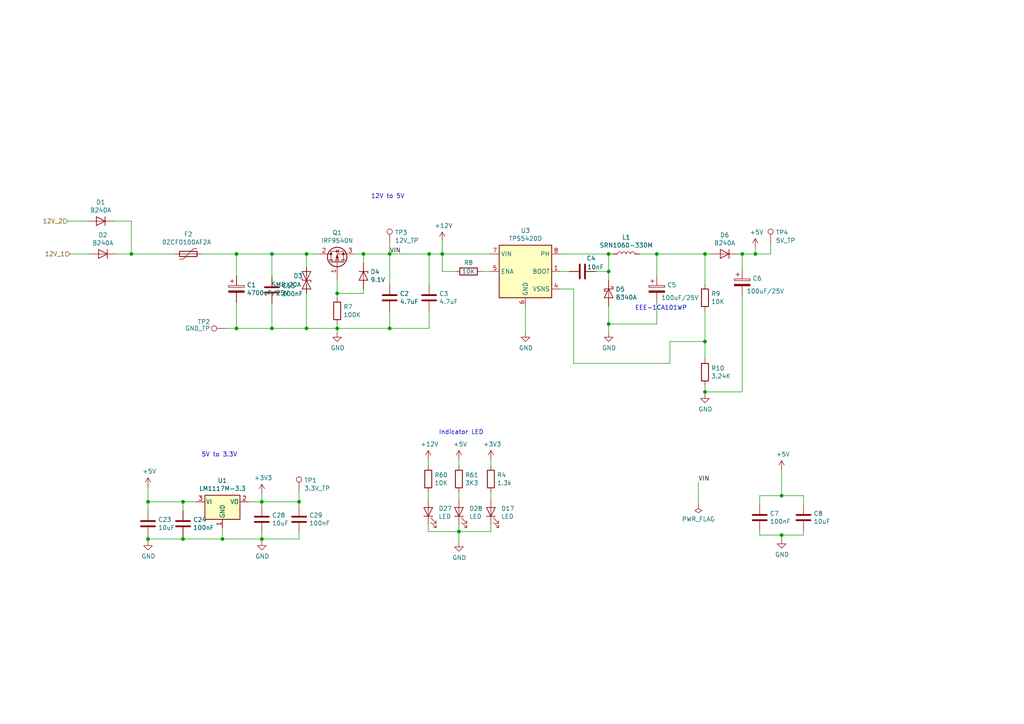
<source format=kicad_sch>
(kicad_sch
	(version 20231120)
	(generator "eeschema")
	(generator_version "8.0")
	(uuid "e230153b-5443-41cb-a551-ccb825c5b458")
	(paper "A4")
	(title_block
		(date "2021-04-05")
		(rev "2.3.3.3")
		(company "Evoke Motorcycles")
	)
	(lib_symbols
		(symbol "ESP32-CAN-rescue:+12V-power"
			(power)
			(pin_names
				(offset 0)
			)
			(exclude_from_sim no)
			(in_bom yes)
			(on_board yes)
			(property "Reference" "#PWR"
				(at 0 -3.81 0)
				(effects
					(font
						(size 1.27 1.27)
					)
					(hide yes)
				)
			)
			(property "Value" "+12V-power"
				(at 0 3.556 0)
				(effects
					(font
						(size 1.27 1.27)
					)
				)
			)
			(property "Footprint" ""
				(at 0 0 0)
				(effects
					(font
						(size 1.27 1.27)
					)
					(hide yes)
				)
			)
			(property "Datasheet" ""
				(at 0 0 0)
				(effects
					(font
						(size 1.27 1.27)
					)
					(hide yes)
				)
			)
			(property "Description" ""
				(at 0 0 0)
				(effects
					(font
						(size 1.27 1.27)
					)
					(hide yes)
				)
			)
			(symbol "+12V-power_0_1"
				(polyline
					(pts
						(xy -0.762 1.27) (xy 0 2.54)
					)
					(stroke
						(width 0)
						(type solid)
					)
					(fill
						(type none)
					)
				)
				(polyline
					(pts
						(xy 0 0) (xy 0 2.54)
					)
					(stroke
						(width 0)
						(type solid)
					)
					(fill
						(type none)
					)
				)
				(polyline
					(pts
						(xy 0 2.54) (xy 0.762 1.27)
					)
					(stroke
						(width 0)
						(type solid)
					)
					(fill
						(type none)
					)
				)
			)
			(symbol "+12V-power_1_1"
				(pin power_in line
					(at 0 0 90)
					(length 0) hide
					(name "+12V"
						(effects
							(font
								(size 1.27 1.27)
							)
						)
					)
					(number "1"
						(effects
							(font
								(size 1.27 1.27)
							)
						)
					)
				)
			)
		)
		(symbol "ESP32-CAN-rescue:+3.3V-power"
			(power)
			(pin_names
				(offset 0)
			)
			(exclude_from_sim no)
			(in_bom yes)
			(on_board yes)
			(property "Reference" "#PWR"
				(at 0 -3.81 0)
				(effects
					(font
						(size 1.27 1.27)
					)
					(hide yes)
				)
			)
			(property "Value" "+3.3V-power"
				(at 0 3.556 0)
				(effects
					(font
						(size 1.27 1.27)
					)
				)
			)
			(property "Footprint" ""
				(at 0 0 0)
				(effects
					(font
						(size 1.27 1.27)
					)
					(hide yes)
				)
			)
			(property "Datasheet" ""
				(at 0 0 0)
				(effects
					(font
						(size 1.27 1.27)
					)
					(hide yes)
				)
			)
			(property "Description" ""
				(at 0 0 0)
				(effects
					(font
						(size 1.27 1.27)
					)
					(hide yes)
				)
			)
			(symbol "+3.3V-power_0_1"
				(polyline
					(pts
						(xy -0.762 1.27) (xy 0 2.54)
					)
					(stroke
						(width 0)
						(type solid)
					)
					(fill
						(type none)
					)
				)
				(polyline
					(pts
						(xy 0 0) (xy 0 2.54)
					)
					(stroke
						(width 0)
						(type solid)
					)
					(fill
						(type none)
					)
				)
				(polyline
					(pts
						(xy 0 2.54) (xy 0.762 1.27)
					)
					(stroke
						(width 0)
						(type solid)
					)
					(fill
						(type none)
					)
				)
			)
			(symbol "+3.3V-power_1_1"
				(pin power_in line
					(at 0 0 90)
					(length 0) hide
					(name "+3V3"
						(effects
							(font
								(size 1.27 1.27)
							)
						)
					)
					(number "1"
						(effects
							(font
								(size 1.27 1.27)
							)
						)
					)
				)
			)
		)
		(symbol "ESP32-CAN-rescue:+5V-power"
			(power)
			(pin_names
				(offset 0)
			)
			(exclude_from_sim no)
			(in_bom yes)
			(on_board yes)
			(property "Reference" "#PWR"
				(at 0 -3.81 0)
				(effects
					(font
						(size 1.27 1.27)
					)
					(hide yes)
				)
			)
			(property "Value" "+5V-power"
				(at 0 3.556 0)
				(effects
					(font
						(size 1.27 1.27)
					)
				)
			)
			(property "Footprint" ""
				(at 0 0 0)
				(effects
					(font
						(size 1.27 1.27)
					)
					(hide yes)
				)
			)
			(property "Datasheet" ""
				(at 0 0 0)
				(effects
					(font
						(size 1.27 1.27)
					)
					(hide yes)
				)
			)
			(property "Description" ""
				(at 0 0 0)
				(effects
					(font
						(size 1.27 1.27)
					)
					(hide yes)
				)
			)
			(symbol "+5V-power_0_1"
				(polyline
					(pts
						(xy -0.762 1.27) (xy 0 2.54)
					)
					(stroke
						(width 0)
						(type solid)
					)
					(fill
						(type none)
					)
				)
				(polyline
					(pts
						(xy 0 0) (xy 0 2.54)
					)
					(stroke
						(width 0)
						(type solid)
					)
					(fill
						(type none)
					)
				)
				(polyline
					(pts
						(xy 0 2.54) (xy 0.762 1.27)
					)
					(stroke
						(width 0)
						(type solid)
					)
					(fill
						(type none)
					)
				)
			)
			(symbol "+5V-power_1_1"
				(pin power_in line
					(at 0 0 90)
					(length 0) hide
					(name "+5V"
						(effects
							(font
								(size 1.27 1.27)
							)
						)
					)
					(number "1"
						(effects
							(font
								(size 1.27 1.27)
							)
						)
					)
				)
			)
		)
		(symbol "ESP32-CAN-rescue:AMS1117-3.3-Regulator_Linear"
			(pin_names
				(offset 0.254)
			)
			(exclude_from_sim no)
			(in_bom yes)
			(on_board yes)
			(property "Reference" "U"
				(at -3.81 3.175 0)
				(effects
					(font
						(size 1.27 1.27)
					)
				)
			)
			(property "Value" "AMS1117-3.3-Regulator_Linear"
				(at 0 3.175 0)
				(effects
					(font
						(size 1.27 1.27)
					)
					(justify left)
				)
			)
			(property "Footprint" "Package_TO_SOT_SMD:SOT-223-3_TabPin2"
				(at 0 5.08 0)
				(effects
					(font
						(size 1.27 1.27)
					)
					(hide yes)
				)
			)
			(property "Datasheet" ""
				(at 2.54 -6.35 0)
				(effects
					(font
						(size 1.27 1.27)
					)
					(hide yes)
				)
			)
			(property "Description" ""
				(at 0 0 0)
				(effects
					(font
						(size 1.27 1.27)
					)
					(hide yes)
				)
			)
			(property "ki_fp_filters" "SOT?223*TabPin2*"
				(at 0 0 0)
				(effects
					(font
						(size 1.27 1.27)
					)
					(hide yes)
				)
			)
			(symbol "AMS1117-3.3-Regulator_Linear_0_1"
				(rectangle
					(start -5.08 -5.08)
					(end 5.08 1.905)
					(stroke
						(width 0.254)
						(type solid)
					)
					(fill
						(type background)
					)
				)
			)
			(symbol "AMS1117-3.3-Regulator_Linear_1_1"
				(pin power_in line
					(at 0 -7.62 90)
					(length 2.54)
					(name "GND"
						(effects
							(font
								(size 1.27 1.27)
							)
						)
					)
					(number "1"
						(effects
							(font
								(size 1.27 1.27)
							)
						)
					)
				)
				(pin power_out line
					(at 7.62 0 180)
					(length 2.54)
					(name "VO"
						(effects
							(font
								(size 1.27 1.27)
							)
						)
					)
					(number "2"
						(effects
							(font
								(size 1.27 1.27)
							)
						)
					)
				)
				(pin power_in line
					(at -7.62 0 0)
					(length 2.54)
					(name "VI"
						(effects
							(font
								(size 1.27 1.27)
							)
						)
					)
					(number "3"
						(effects
							(font
								(size 1.27 1.27)
							)
						)
					)
				)
			)
		)
		(symbol "ESP32-CAN-rescue:C-Device"
			(pin_numbers hide)
			(pin_names
				(offset 0.254)
			)
			(exclude_from_sim no)
			(in_bom yes)
			(on_board yes)
			(property "Reference" "C"
				(at 0.635 2.54 0)
				(effects
					(font
						(size 1.27 1.27)
					)
					(justify left)
				)
			)
			(property "Value" "C-Device"
				(at 0.635 -2.54 0)
				(effects
					(font
						(size 1.27 1.27)
					)
					(justify left)
				)
			)
			(property "Footprint" ""
				(at 0.9652 -3.81 0)
				(effects
					(font
						(size 1.27 1.27)
					)
					(hide yes)
				)
			)
			(property "Datasheet" ""
				(at 0 0 0)
				(effects
					(font
						(size 1.27 1.27)
					)
					(hide yes)
				)
			)
			(property "Description" ""
				(at 0 0 0)
				(effects
					(font
						(size 1.27 1.27)
					)
					(hide yes)
				)
			)
			(property "ki_fp_filters" "C_*"
				(at 0 0 0)
				(effects
					(font
						(size 1.27 1.27)
					)
					(hide yes)
				)
			)
			(symbol "C-Device_0_1"
				(polyline
					(pts
						(xy -2.032 -0.762) (xy 2.032 -0.762)
					)
					(stroke
						(width 0.508)
						(type solid)
					)
					(fill
						(type none)
					)
				)
				(polyline
					(pts
						(xy -2.032 0.762) (xy 2.032 0.762)
					)
					(stroke
						(width 0.508)
						(type solid)
					)
					(fill
						(type none)
					)
				)
			)
			(symbol "C-Device_1_1"
				(pin passive line
					(at 0 3.81 270)
					(length 2.794)
					(name "~"
						(effects
							(font
								(size 1.27 1.27)
							)
						)
					)
					(number "1"
						(effects
							(font
								(size 1.27 1.27)
							)
						)
					)
				)
				(pin passive line
					(at 0 -3.81 90)
					(length 2.794)
					(name "~"
						(effects
							(font
								(size 1.27 1.27)
							)
						)
					)
					(number "2"
						(effects
							(font
								(size 1.27 1.27)
							)
						)
					)
				)
			)
		)
		(symbol "ESP32-CAN-rescue:CP-Device"
			(pin_numbers hide)
			(pin_names
				(offset 0.254)
			)
			(exclude_from_sim no)
			(in_bom yes)
			(on_board yes)
			(property "Reference" "C"
				(at 0.635 2.54 0)
				(effects
					(font
						(size 1.27 1.27)
					)
					(justify left)
				)
			)
			(property "Value" "CP-Device"
				(at 0.635 -2.54 0)
				(effects
					(font
						(size 1.27 1.27)
					)
					(justify left)
				)
			)
			(property "Footprint" ""
				(at 0.9652 -3.81 0)
				(effects
					(font
						(size 1.27 1.27)
					)
					(hide yes)
				)
			)
			(property "Datasheet" ""
				(at 0 0 0)
				(effects
					(font
						(size 1.27 1.27)
					)
					(hide yes)
				)
			)
			(property "Description" ""
				(at 0 0 0)
				(effects
					(font
						(size 1.27 1.27)
					)
					(hide yes)
				)
			)
			(property "ki_fp_filters" "CP_*"
				(at 0 0 0)
				(effects
					(font
						(size 1.27 1.27)
					)
					(hide yes)
				)
			)
			(symbol "CP-Device_0_1"
				(rectangle
					(start -2.286 0.508)
					(end -2.286 1.016)
					(stroke
						(width 0)
						(type solid)
					)
					(fill
						(type none)
					)
				)
				(rectangle
					(start -2.286 0.508)
					(end 2.286 0.508)
					(stroke
						(width 0)
						(type solid)
					)
					(fill
						(type none)
					)
				)
				(polyline
					(pts
						(xy -1.778 2.286) (xy -0.762 2.286)
					)
					(stroke
						(width 0)
						(type solid)
					)
					(fill
						(type none)
					)
				)
				(polyline
					(pts
						(xy -1.27 2.794) (xy -1.27 1.778)
					)
					(stroke
						(width 0)
						(type solid)
					)
					(fill
						(type none)
					)
				)
				(rectangle
					(start 2.286 -0.508)
					(end -2.286 -1.016)
					(stroke
						(width 0)
						(type solid)
					)
					(fill
						(type outline)
					)
				)
				(rectangle
					(start 2.286 1.016)
					(end -2.286 1.016)
					(stroke
						(width 0)
						(type solid)
					)
					(fill
						(type none)
					)
				)
				(rectangle
					(start 2.286 1.016)
					(end 2.286 0.508)
					(stroke
						(width 0)
						(type solid)
					)
					(fill
						(type none)
					)
				)
			)
			(symbol "CP-Device_1_1"
				(pin passive line
					(at 0 3.81 270)
					(length 2.794)
					(name "~"
						(effects
							(font
								(size 1.27 1.27)
							)
						)
					)
					(number "1"
						(effects
							(font
								(size 1.27 1.27)
							)
						)
					)
				)
				(pin passive line
					(at 0 -3.81 90)
					(length 2.794)
					(name "~"
						(effects
							(font
								(size 1.27 1.27)
							)
						)
					)
					(number "2"
						(effects
							(font
								(size 1.27 1.27)
							)
						)
					)
				)
			)
		)
		(symbol "ESP32-CAN-rescue:D-Device"
			(pin_numbers hide)
			(pin_names
				(offset 1.016) hide)
			(exclude_from_sim no)
			(in_bom yes)
			(on_board yes)
			(property "Reference" "D"
				(at 0 2.54 0)
				(effects
					(font
						(size 1.27 1.27)
					)
				)
			)
			(property "Value" "D-Device"
				(at 0 -2.54 0)
				(effects
					(font
						(size 1.27 1.27)
					)
				)
			)
			(property "Footprint" ""
				(at 0 0 0)
				(effects
					(font
						(size 1.27 1.27)
					)
					(hide yes)
				)
			)
			(property "Datasheet" ""
				(at 0 0 0)
				(effects
					(font
						(size 1.27 1.27)
					)
					(hide yes)
				)
			)
			(property "Description" ""
				(at 0 0 0)
				(effects
					(font
						(size 1.27 1.27)
					)
					(hide yes)
				)
			)
			(property "ki_fp_filters" "TO-???* *_Diode_* *SingleDiode* D_*"
				(at 0 0 0)
				(effects
					(font
						(size 1.27 1.27)
					)
					(hide yes)
				)
			)
			(symbol "D-Device_0_1"
				(polyline
					(pts
						(xy -1.27 1.27) (xy -1.27 -1.27)
					)
					(stroke
						(width 0.2032)
						(type solid)
					)
					(fill
						(type none)
					)
				)
				(polyline
					(pts
						(xy 1.27 0) (xy -1.27 0)
					)
					(stroke
						(width 0)
						(type solid)
					)
					(fill
						(type none)
					)
				)
				(polyline
					(pts
						(xy 1.27 1.27) (xy 1.27 -1.27) (xy -1.27 0) (xy 1.27 1.27)
					)
					(stroke
						(width 0.2032)
						(type solid)
					)
					(fill
						(type none)
					)
				)
			)
			(symbol "D-Device_1_1"
				(pin passive line
					(at -3.81 0 0)
					(length 2.54)
					(name "K"
						(effects
							(font
								(size 1.27 1.27)
							)
						)
					)
					(number "1"
						(effects
							(font
								(size 1.27 1.27)
							)
						)
					)
				)
				(pin passive line
					(at 3.81 0 180)
					(length 2.54)
					(name "A"
						(effects
							(font
								(size 1.27 1.27)
							)
						)
					)
					(number "2"
						(effects
							(font
								(size 1.27 1.27)
							)
						)
					)
				)
			)
		)
		(symbol "ESP32-CAN-rescue:D_Schottky-Device"
			(pin_numbers hide)
			(pin_names
				(offset 1.016) hide)
			(exclude_from_sim no)
			(in_bom yes)
			(on_board yes)
			(property "Reference" "D"
				(at 0 2.54 0)
				(effects
					(font
						(size 1.27 1.27)
					)
				)
			)
			(property "Value" "D_Schottky-Device"
				(at 0 -2.54 0)
				(effects
					(font
						(size 1.27 1.27)
					)
				)
			)
			(property "Footprint" ""
				(at 0 0 0)
				(effects
					(font
						(size 1.27 1.27)
					)
					(hide yes)
				)
			)
			(property "Datasheet" ""
				(at 0 0 0)
				(effects
					(font
						(size 1.27 1.27)
					)
					(hide yes)
				)
			)
			(property "Description" ""
				(at 0 0 0)
				(effects
					(font
						(size 1.27 1.27)
					)
					(hide yes)
				)
			)
			(property "ki_fp_filters" "TO-???* *_Diode_* *SingleDiode* D_*"
				(at 0 0 0)
				(effects
					(font
						(size 1.27 1.27)
					)
					(hide yes)
				)
			)
			(symbol "D_Schottky-Device_0_1"
				(polyline
					(pts
						(xy 1.27 0) (xy -1.27 0)
					)
					(stroke
						(width 0)
						(type solid)
					)
					(fill
						(type none)
					)
				)
				(polyline
					(pts
						(xy 1.27 1.27) (xy 1.27 -1.27) (xy -1.27 0) (xy 1.27 1.27)
					)
					(stroke
						(width 0.2032)
						(type solid)
					)
					(fill
						(type none)
					)
				)
				(polyline
					(pts
						(xy -1.905 0.635) (xy -1.905 1.27) (xy -1.27 1.27) (xy -1.27 -1.27) (xy -0.635 -1.27) (xy -0.635 -0.635)
					)
					(stroke
						(width 0.2032)
						(type solid)
					)
					(fill
						(type none)
					)
				)
			)
			(symbol "D_Schottky-Device_1_1"
				(pin passive line
					(at -3.81 0 0)
					(length 2.54)
					(name "K"
						(effects
							(font
								(size 1.27 1.27)
							)
						)
					)
					(number "1"
						(effects
							(font
								(size 1.27 1.27)
							)
						)
					)
				)
				(pin passive line
					(at 3.81 0 180)
					(length 2.54)
					(name "A"
						(effects
							(font
								(size 1.27 1.27)
							)
						)
					)
					(number "2"
						(effects
							(font
								(size 1.27 1.27)
							)
						)
					)
				)
			)
		)
		(symbol "ESP32-CAN-rescue:D_TVS-Device"
			(pin_numbers hide)
			(pin_names
				(offset 1.016) hide)
			(exclude_from_sim no)
			(in_bom yes)
			(on_board yes)
			(property "Reference" "D"
				(at 0 2.54 0)
				(effects
					(font
						(size 1.27 1.27)
					)
				)
			)
			(property "Value" "D_TVS-Device"
				(at 0 -2.54 0)
				(effects
					(font
						(size 1.27 1.27)
					)
				)
			)
			(property "Footprint" ""
				(at 0 0 0)
				(effects
					(font
						(size 1.27 1.27)
					)
					(hide yes)
				)
			)
			(property "Datasheet" ""
				(at 0 0 0)
				(effects
					(font
						(size 1.27 1.27)
					)
					(hide yes)
				)
			)
			(property "Description" ""
				(at 0 0 0)
				(effects
					(font
						(size 1.27 1.27)
					)
					(hide yes)
				)
			)
			(property "ki_fp_filters" "TO-???* *_Diode_* *SingleDiode* D_*"
				(at 0 0 0)
				(effects
					(font
						(size 1.27 1.27)
					)
					(hide yes)
				)
			)
			(symbol "D_TVS-Device_0_1"
				(polyline
					(pts
						(xy 1.27 0) (xy -1.27 0)
					)
					(stroke
						(width 0)
						(type solid)
					)
					(fill
						(type none)
					)
				)
				(polyline
					(pts
						(xy -2.54 -1.27) (xy 0 0) (xy -2.54 1.27) (xy -2.54 -1.27)
					)
					(stroke
						(width 0.2032)
						(type solid)
					)
					(fill
						(type none)
					)
				)
				(polyline
					(pts
						(xy 0.508 1.27) (xy 0 1.27) (xy 0 -1.27) (xy -0.508 -1.27)
					)
					(stroke
						(width 0.2032)
						(type solid)
					)
					(fill
						(type none)
					)
				)
				(polyline
					(pts
						(xy 2.54 1.27) (xy 2.54 -1.27) (xy 0 0) (xy 2.54 1.27)
					)
					(stroke
						(width 0.2032)
						(type solid)
					)
					(fill
						(type none)
					)
				)
			)
			(symbol "D_TVS-Device_1_1"
				(pin passive line
					(at -3.81 0 0)
					(length 2.54)
					(name "A1"
						(effects
							(font
								(size 1.27 1.27)
							)
						)
					)
					(number "1"
						(effects
							(font
								(size 1.27 1.27)
							)
						)
					)
				)
				(pin passive line
					(at 3.81 0 180)
					(length 2.54)
					(name "A2"
						(effects
							(font
								(size 1.27 1.27)
							)
						)
					)
					(number "2"
						(effects
							(font
								(size 1.27 1.27)
							)
						)
					)
				)
			)
		)
		(symbol "ESP32-CAN-rescue:D_Zener-Device"
			(pin_numbers hide)
			(pin_names
				(offset 1.016) hide)
			(exclude_from_sim no)
			(in_bom yes)
			(on_board yes)
			(property "Reference" "D"
				(at 0 2.54 0)
				(effects
					(font
						(size 1.27 1.27)
					)
				)
			)
			(property "Value" "D_Zener-Device"
				(at 0 -2.54 0)
				(effects
					(font
						(size 1.27 1.27)
					)
				)
			)
			(property "Footprint" ""
				(at 0 0 0)
				(effects
					(font
						(size 1.27 1.27)
					)
					(hide yes)
				)
			)
			(property "Datasheet" ""
				(at 0 0 0)
				(effects
					(font
						(size 1.27 1.27)
					)
					(hide yes)
				)
			)
			(property "Description" ""
				(at 0 0 0)
				(effects
					(font
						(size 1.27 1.27)
					)
					(hide yes)
				)
			)
			(property "ki_fp_filters" "TO-???* *_Diode_* *SingleDiode* D_*"
				(at 0 0 0)
				(effects
					(font
						(size 1.27 1.27)
					)
					(hide yes)
				)
			)
			(symbol "D_Zener-Device_0_1"
				(polyline
					(pts
						(xy 1.27 0) (xy -1.27 0)
					)
					(stroke
						(width 0)
						(type solid)
					)
					(fill
						(type none)
					)
				)
				(polyline
					(pts
						(xy -1.27 -1.27) (xy -1.27 1.27) (xy -0.762 1.27)
					)
					(stroke
						(width 0.2032)
						(type solid)
					)
					(fill
						(type none)
					)
				)
				(polyline
					(pts
						(xy 1.27 -1.27) (xy 1.27 1.27) (xy -1.27 0) (xy 1.27 -1.27)
					)
					(stroke
						(width 0.2032)
						(type solid)
					)
					(fill
						(type none)
					)
				)
			)
			(symbol "D_Zener-Device_1_1"
				(pin passive line
					(at -3.81 0 0)
					(length 2.54)
					(name "K"
						(effects
							(font
								(size 1.27 1.27)
							)
						)
					)
					(number "1"
						(effects
							(font
								(size 1.27 1.27)
							)
						)
					)
				)
				(pin passive line
					(at 3.81 0 180)
					(length 2.54)
					(name "A"
						(effects
							(font
								(size 1.27 1.27)
							)
						)
					)
					(number "2"
						(effects
							(font
								(size 1.27 1.27)
							)
						)
					)
				)
			)
		)
		(symbol "ESP32-CAN-rescue:GND-power"
			(power)
			(pin_names
				(offset 0)
			)
			(exclude_from_sim no)
			(in_bom yes)
			(on_board yes)
			(property "Reference" "#PWR"
				(at 0 -6.35 0)
				(effects
					(font
						(size 1.27 1.27)
					)
					(hide yes)
				)
			)
			(property "Value" "GND-power"
				(at 0 -3.81 0)
				(effects
					(font
						(size 1.27 1.27)
					)
				)
			)
			(property "Footprint" ""
				(at 0 0 0)
				(effects
					(font
						(size 1.27 1.27)
					)
					(hide yes)
				)
			)
			(property "Datasheet" ""
				(at 0 0 0)
				(effects
					(font
						(size 1.27 1.27)
					)
					(hide yes)
				)
			)
			(property "Description" ""
				(at 0 0 0)
				(effects
					(font
						(size 1.27 1.27)
					)
					(hide yes)
				)
			)
			(symbol "GND-power_0_1"
				(polyline
					(pts
						(xy 0 0) (xy 0 -1.27) (xy 1.27 -1.27) (xy 0 -2.54) (xy -1.27 -1.27) (xy 0 -1.27)
					)
					(stroke
						(width 0)
						(type solid)
					)
					(fill
						(type none)
					)
				)
			)
			(symbol "GND-power_1_1"
				(pin power_in line
					(at 0 0 270)
					(length 0) hide
					(name "GND"
						(effects
							(font
								(size 1.27 1.27)
							)
						)
					)
					(number "1"
						(effects
							(font
								(size 1.27 1.27)
							)
						)
					)
				)
			)
		)
		(symbol "ESP32-CAN-rescue:IRF9540N-Transistor_FET"
			(pin_names
				(offset 0) hide)
			(exclude_from_sim no)
			(in_bom yes)
			(on_board yes)
			(property "Reference" "Q"
				(at 5.08 1.905 0)
				(effects
					(font
						(size 1.27 1.27)
					)
					(justify left)
				)
			)
			(property "Value" "IRF9540N-Transistor_FET"
				(at 5.08 0 0)
				(effects
					(font
						(size 1.27 1.27)
					)
					(justify left)
				)
			)
			(property "Footprint" "Package_TO_SOT_THT:TO-220-3_Vertical"
				(at 5.08 -1.905 0)
				(effects
					(font
						(size 1.27 1.27)
						(italic yes)
					)
					(justify left)
					(hide yes)
				)
			)
			(property "Datasheet" ""
				(at 0 0 0)
				(effects
					(font
						(size 1.27 1.27)
					)
					(justify left)
					(hide yes)
				)
			)
			(property "Description" ""
				(at 0 0 0)
				(effects
					(font
						(size 1.27 1.27)
					)
					(hide yes)
				)
			)
			(property "ki_fp_filters" "TO?220*"
				(at 0 0 0)
				(effects
					(font
						(size 1.27 1.27)
					)
					(hide yes)
				)
			)
			(symbol "IRF9540N-Transistor_FET_0_1"
				(polyline
					(pts
						(xy 0.762 -1.778) (xy 2.54 -1.778)
					)
					(stroke
						(width 0)
						(type solid)
					)
					(fill
						(type none)
					)
				)
				(polyline
					(pts
						(xy 0.762 -1.27) (xy 0.762 -2.286)
					)
					(stroke
						(width 0.254)
						(type solid)
					)
					(fill
						(type none)
					)
				)
				(polyline
					(pts
						(xy 0.762 0) (xy 2.54 0)
					)
					(stroke
						(width 0)
						(type solid)
					)
					(fill
						(type none)
					)
				)
				(polyline
					(pts
						(xy 0.762 0.508) (xy 0.762 -0.508)
					)
					(stroke
						(width 0.254)
						(type solid)
					)
					(fill
						(type none)
					)
				)
				(polyline
					(pts
						(xy 0.762 1.778) (xy 2.54 1.778)
					)
					(stroke
						(width 0)
						(type solid)
					)
					(fill
						(type none)
					)
				)
				(polyline
					(pts
						(xy 0.762 2.286) (xy 0.762 1.27)
					)
					(stroke
						(width 0.254)
						(type solid)
					)
					(fill
						(type none)
					)
				)
				(polyline
					(pts
						(xy 2.54 -1.778) (xy 2.54 -2.54)
					)
					(stroke
						(width 0)
						(type solid)
					)
					(fill
						(type none)
					)
				)
				(polyline
					(pts
						(xy 2.54 -1.778) (xy 2.54 0)
					)
					(stroke
						(width 0)
						(type solid)
					)
					(fill
						(type none)
					)
				)
				(polyline
					(pts
						(xy 2.54 2.54) (xy 2.54 1.778)
					)
					(stroke
						(width 0)
						(type solid)
					)
					(fill
						(type none)
					)
				)
				(polyline
					(pts
						(xy 0.254 1.905) (xy 0.254 -1.905) (xy 0.254 -1.905)
					)
					(stroke
						(width 0.254)
						(type solid)
					)
					(fill
						(type none)
					)
				)
				(polyline
					(pts
						(xy 2.286 0) (xy 1.27 -0.381) (xy 1.27 0.381) (xy 2.286 0)
					)
					(stroke
						(width 0)
						(type solid)
					)
					(fill
						(type outline)
					)
				)
				(polyline
					(pts
						(xy 2.54 -1.778) (xy 3.302 -1.778) (xy 3.302 1.778) (xy 2.54 1.778)
					)
					(stroke
						(width 0)
						(type solid)
					)
					(fill
						(type none)
					)
				)
				(polyline
					(pts
						(xy 2.794 -0.508) (xy 2.921 -0.381) (xy 3.683 -0.381) (xy 3.81 -0.254)
					)
					(stroke
						(width 0)
						(type solid)
					)
					(fill
						(type none)
					)
				)
				(polyline
					(pts
						(xy 3.302 -0.381) (xy 2.921 0.254) (xy 3.683 0.254) (xy 3.302 -0.381)
					)
					(stroke
						(width 0)
						(type solid)
					)
					(fill
						(type none)
					)
				)
				(circle
					(center 1.651 0)
					(radius 2.8194)
					(stroke
						(width 0.254)
						(type solid)
					)
					(fill
						(type none)
					)
				)
				(circle
					(center 2.54 -1.778)
					(radius 0.2794)
					(stroke
						(width 0)
						(type solid)
					)
					(fill
						(type outline)
					)
				)
				(circle
					(center 2.54 1.778)
					(radius 0.2794)
					(stroke
						(width 0)
						(type solid)
					)
					(fill
						(type outline)
					)
				)
			)
			(symbol "IRF9540N-Transistor_FET_1_1"
				(pin input line
					(at -5.08 0 0)
					(length 5.334)
					(name "G"
						(effects
							(font
								(size 1.27 1.27)
							)
						)
					)
					(number "1"
						(effects
							(font
								(size 1.27 1.27)
							)
						)
					)
				)
				(pin passive line
					(at 2.54 5.08 270)
					(length 2.54)
					(name "D"
						(effects
							(font
								(size 1.27 1.27)
							)
						)
					)
					(number "2"
						(effects
							(font
								(size 1.27 1.27)
							)
						)
					)
				)
				(pin passive line
					(at 2.54 -5.08 90)
					(length 2.54)
					(name "S"
						(effects
							(font
								(size 1.27 1.27)
							)
						)
					)
					(number "3"
						(effects
							(font
								(size 1.27 1.27)
							)
						)
					)
				)
			)
		)
		(symbol "ESP32-CAN-rescue:L-Device"
			(pin_numbers hide)
			(pin_names
				(offset 1.016) hide)
			(exclude_from_sim no)
			(in_bom yes)
			(on_board yes)
			(property "Reference" "L"
				(at -1.27 0 90)
				(effects
					(font
						(size 1.27 1.27)
					)
				)
			)
			(property "Value" "L-Device"
				(at 1.905 0 90)
				(effects
					(font
						(size 1.27 1.27)
					)
				)
			)
			(property "Footprint" ""
				(at 0 0 0)
				(effects
					(font
						(size 1.27 1.27)
					)
					(hide yes)
				)
			)
			(property "Datasheet" ""
				(at 0 0 0)
				(effects
					(font
						(size 1.27 1.27)
					)
					(hide yes)
				)
			)
			(property "Description" ""
				(at 0 0 0)
				(effects
					(font
						(size 1.27 1.27)
					)
					(hide yes)
				)
			)
			(property "ki_fp_filters" "Choke_* *Coil* Inductor_* L_*"
				(at 0 0 0)
				(effects
					(font
						(size 1.27 1.27)
					)
					(hide yes)
				)
			)
			(symbol "L-Device_0_1"
				(arc
					(start 0 -2.54)
					(mid 0.6323 -1.905)
					(end 0 -1.27)
					(stroke
						(width 0)
						(type solid)
					)
					(fill
						(type none)
					)
				)
				(arc
					(start 0 -1.27)
					(mid 0.6323 -0.635)
					(end 0 0)
					(stroke
						(width 0)
						(type solid)
					)
					(fill
						(type none)
					)
				)
				(arc
					(start 0 0)
					(mid 0.6323 0.635)
					(end 0 1.27)
					(stroke
						(width 0)
						(type solid)
					)
					(fill
						(type none)
					)
				)
				(arc
					(start 0 1.27)
					(mid 0.6323 1.905)
					(end 0 2.54)
					(stroke
						(width 0)
						(type solid)
					)
					(fill
						(type none)
					)
				)
			)
			(symbol "L-Device_1_1"
				(pin passive line
					(at 0 3.81 270)
					(length 1.27)
					(name "1"
						(effects
							(font
								(size 1.27 1.27)
							)
						)
					)
					(number "1"
						(effects
							(font
								(size 1.27 1.27)
							)
						)
					)
				)
				(pin passive line
					(at 0 -3.81 90)
					(length 1.27)
					(name "2"
						(effects
							(font
								(size 1.27 1.27)
							)
						)
					)
					(number "2"
						(effects
							(font
								(size 1.27 1.27)
							)
						)
					)
				)
			)
		)
		(symbol "ESP32-CAN-rescue:LED-Device"
			(pin_numbers hide)
			(pin_names
				(offset 1.016) hide)
			(exclude_from_sim no)
			(in_bom yes)
			(on_board yes)
			(property "Reference" "D"
				(at 0 2.54 0)
				(effects
					(font
						(size 1.27 1.27)
					)
				)
			)
			(property "Value" "LED-Device"
				(at 0 -2.54 0)
				(effects
					(font
						(size 1.27 1.27)
					)
				)
			)
			(property "Footprint" ""
				(at 0 0 0)
				(effects
					(font
						(size 1.27 1.27)
					)
					(hide yes)
				)
			)
			(property "Datasheet" ""
				(at 0 0 0)
				(effects
					(font
						(size 1.27 1.27)
					)
					(hide yes)
				)
			)
			(property "Description" ""
				(at 0 0 0)
				(effects
					(font
						(size 1.27 1.27)
					)
					(hide yes)
				)
			)
			(property "ki_fp_filters" "LED* LED_SMD:* LED_THT:*"
				(at 0 0 0)
				(effects
					(font
						(size 1.27 1.27)
					)
					(hide yes)
				)
			)
			(symbol "LED-Device_0_1"
				(polyline
					(pts
						(xy -1.27 -1.27) (xy -1.27 1.27)
					)
					(stroke
						(width 0.2032)
						(type solid)
					)
					(fill
						(type none)
					)
				)
				(polyline
					(pts
						(xy -1.27 0) (xy 1.27 0)
					)
					(stroke
						(width 0)
						(type solid)
					)
					(fill
						(type none)
					)
				)
				(polyline
					(pts
						(xy 1.27 -1.27) (xy 1.27 1.27) (xy -1.27 0) (xy 1.27 -1.27)
					)
					(stroke
						(width 0.2032)
						(type solid)
					)
					(fill
						(type none)
					)
				)
				(polyline
					(pts
						(xy -3.048 -0.762) (xy -4.572 -2.286) (xy -3.81 -2.286) (xy -4.572 -2.286) (xy -4.572 -1.524)
					)
					(stroke
						(width 0)
						(type solid)
					)
					(fill
						(type none)
					)
				)
				(polyline
					(pts
						(xy -1.778 -0.762) (xy -3.302 -2.286) (xy -2.54 -2.286) (xy -3.302 -2.286) (xy -3.302 -1.524)
					)
					(stroke
						(width 0)
						(type solid)
					)
					(fill
						(type none)
					)
				)
			)
			(symbol "LED-Device_1_1"
				(pin passive line
					(at -3.81 0 0)
					(length 2.54)
					(name "K"
						(effects
							(font
								(size 1.27 1.27)
							)
						)
					)
					(number "1"
						(effects
							(font
								(size 1.27 1.27)
							)
						)
					)
				)
				(pin passive line
					(at 3.81 0 180)
					(length 2.54)
					(name "A"
						(effects
							(font
								(size 1.27 1.27)
							)
						)
					)
					(number "2"
						(effects
							(font
								(size 1.27 1.27)
							)
						)
					)
				)
			)
		)
		(symbol "ESP32-CAN-rescue:PWR_FLAG-power"
			(power)
			(pin_numbers hide)
			(pin_names
				(offset 0) hide)
			(exclude_from_sim no)
			(in_bom yes)
			(on_board yes)
			(property "Reference" "#FLG"
				(at 0 1.905 0)
				(effects
					(font
						(size 1.27 1.27)
					)
					(hide yes)
				)
			)
			(property "Value" "PWR_FLAG-power"
				(at 0 3.81 0)
				(effects
					(font
						(size 1.27 1.27)
					)
				)
			)
			(property "Footprint" ""
				(at 0 0 0)
				(effects
					(font
						(size 1.27 1.27)
					)
					(hide yes)
				)
			)
			(property "Datasheet" ""
				(at 0 0 0)
				(effects
					(font
						(size 1.27 1.27)
					)
					(hide yes)
				)
			)
			(property "Description" ""
				(at 0 0 0)
				(effects
					(font
						(size 1.27 1.27)
					)
					(hide yes)
				)
			)
			(symbol "PWR_FLAG-power_0_0"
				(pin power_out line
					(at 0 0 90)
					(length 0)
					(name "pwr"
						(effects
							(font
								(size 1.27 1.27)
							)
						)
					)
					(number "1"
						(effects
							(font
								(size 1.27 1.27)
							)
						)
					)
				)
			)
			(symbol "PWR_FLAG-power_0_1"
				(polyline
					(pts
						(xy 0 0) (xy 0 1.27) (xy -1.016 1.905) (xy 0 2.54) (xy 1.016 1.905) (xy 0 1.27)
					)
					(stroke
						(width 0)
						(type solid)
					)
					(fill
						(type none)
					)
				)
			)
		)
		(symbol "ESP32-CAN-rescue:Polyfuse-Device"
			(pin_numbers hide)
			(pin_names
				(offset 0)
			)
			(exclude_from_sim no)
			(in_bom yes)
			(on_board yes)
			(property "Reference" "F"
				(at -2.54 0 90)
				(effects
					(font
						(size 1.27 1.27)
					)
				)
			)
			(property "Value" "Polyfuse-Device"
				(at 2.54 0 90)
				(effects
					(font
						(size 1.27 1.27)
					)
				)
			)
			(property "Footprint" ""
				(at 1.27 -5.08 0)
				(effects
					(font
						(size 1.27 1.27)
					)
					(justify left)
					(hide yes)
				)
			)
			(property "Datasheet" ""
				(at 0 0 0)
				(effects
					(font
						(size 1.27 1.27)
					)
					(hide yes)
				)
			)
			(property "Description" ""
				(at 0 0 0)
				(effects
					(font
						(size 1.27 1.27)
					)
					(hide yes)
				)
			)
			(property "ki_fp_filters" "*polyfuse* *PTC*"
				(at 0 0 0)
				(effects
					(font
						(size 1.27 1.27)
					)
					(hide yes)
				)
			)
			(symbol "Polyfuse-Device_0_1"
				(rectangle
					(start -0.762 2.54)
					(end 0.762 -2.54)
					(stroke
						(width 0.254)
						(type solid)
					)
					(fill
						(type none)
					)
				)
				(polyline
					(pts
						(xy 0 2.54) (xy 0 -2.54)
					)
					(stroke
						(width 0)
						(type solid)
					)
					(fill
						(type none)
					)
				)
				(polyline
					(pts
						(xy -1.524 2.54) (xy -1.524 1.524) (xy 1.524 -1.524) (xy 1.524 -2.54)
					)
					(stroke
						(width 0)
						(type solid)
					)
					(fill
						(type none)
					)
				)
			)
			(symbol "Polyfuse-Device_1_1"
				(pin passive line
					(at 0 3.81 270)
					(length 1.27)
					(name "~"
						(effects
							(font
								(size 1.27 1.27)
							)
						)
					)
					(number "1"
						(effects
							(font
								(size 1.27 1.27)
							)
						)
					)
				)
				(pin passive line
					(at 0 -3.81 90)
					(length 1.27)
					(name "~"
						(effects
							(font
								(size 1.27 1.27)
							)
						)
					)
					(number "2"
						(effects
							(font
								(size 1.27 1.27)
							)
						)
					)
				)
			)
		)
		(symbol "ESP32-CAN-rescue:R-Device"
			(pin_numbers hide)
			(pin_names
				(offset 0)
			)
			(exclude_from_sim no)
			(in_bom yes)
			(on_board yes)
			(property "Reference" "R"
				(at 2.032 0 90)
				(effects
					(font
						(size 1.27 1.27)
					)
				)
			)
			(property "Value" "R-Device"
				(at 0 0 90)
				(effects
					(font
						(size 1.27 1.27)
					)
				)
			)
			(property "Footprint" ""
				(at -1.778 0 90)
				(effects
					(font
						(size 1.27 1.27)
					)
					(hide yes)
				)
			)
			(property "Datasheet" ""
				(at 0 0 0)
				(effects
					(font
						(size 1.27 1.27)
					)
					(hide yes)
				)
			)
			(property "Description" ""
				(at 0 0 0)
				(effects
					(font
						(size 1.27 1.27)
					)
					(hide yes)
				)
			)
			(property "ki_fp_filters" "R_*"
				(at 0 0 0)
				(effects
					(font
						(size 1.27 1.27)
					)
					(hide yes)
				)
			)
			(symbol "R-Device_0_1"
				(rectangle
					(start -1.016 -2.54)
					(end 1.016 2.54)
					(stroke
						(width 0.254)
						(type solid)
					)
					(fill
						(type none)
					)
				)
			)
			(symbol "R-Device_1_1"
				(pin passive line
					(at 0 3.81 270)
					(length 1.27)
					(name "~"
						(effects
							(font
								(size 1.27 1.27)
							)
						)
					)
					(number "1"
						(effects
							(font
								(size 1.27 1.27)
							)
						)
					)
				)
				(pin passive line
					(at 0 -3.81 90)
					(length 1.27)
					(name "~"
						(effects
							(font
								(size 1.27 1.27)
							)
						)
					)
					(number "2"
						(effects
							(font
								(size 1.27 1.27)
							)
						)
					)
				)
			)
		)
		(symbol "ESP32-CAN-rescue:TPS5420D-Regulator_Switching"
			(exclude_from_sim no)
			(in_bom yes)
			(on_board yes)
			(property "Reference" "U"
				(at -6.35 8.89 0)
				(effects
					(font
						(size 1.27 1.27)
					)
				)
			)
			(property "Value" "TPS5420D-Regulator_Switching"
				(at 3.81 8.89 0)
				(effects
					(font
						(size 1.27 1.27)
					)
				)
			)
			(property "Footprint" "Package_SO:SOIC-8_3.9x4.9mm_P1.27mm"
				(at -1.27 11.43 0)
				(effects
					(font
						(size 1.27 1.27)
					)
					(hide yes)
				)
			)
			(property "Datasheet" ""
				(at 0 0 0)
				(effects
					(font
						(size 1.27 1.27)
					)
					(hide yes)
				)
			)
			(property "Description" ""
				(at 0 0 0)
				(effects
					(font
						(size 1.27 1.27)
					)
					(hide yes)
				)
			)
			(property "ki_fp_filters" "SOIC*3.9x4.9mm*P1.27mm*"
				(at 0 0 0)
				(effects
					(font
						(size 1.27 1.27)
					)
					(hide yes)
				)
			)
			(symbol "TPS5420D-Regulator_Switching_0_1"
				(rectangle
					(start -7.62 7.62)
					(end 7.62 -7.62)
					(stroke
						(width 0.254)
						(type solid)
					)
					(fill
						(type background)
					)
				)
			)
			(symbol "TPS5420D-Regulator_Switching_1_1"
				(pin input line
					(at 10.16 0 180)
					(length 2.54)
					(name "BOOT"
						(effects
							(font
								(size 1.27 1.27)
							)
						)
					)
					(number "1"
						(effects
							(font
								(size 1.27 1.27)
							)
						)
					)
				)
				(pin no_connect line
					(at -7.62 -2.54 0)
					(length 2.54) hide
					(name "NC"
						(effects
							(font
								(size 1.27 1.27)
							)
						)
					)
					(number "2"
						(effects
							(font
								(size 1.27 1.27)
							)
						)
					)
				)
				(pin no_connect line
					(at -7.62 -5.08 0)
					(length 2.54) hide
					(name "NC"
						(effects
							(font
								(size 1.27 1.27)
							)
						)
					)
					(number "3"
						(effects
							(font
								(size 1.27 1.27)
							)
						)
					)
				)
				(pin input line
					(at 10.16 -5.08 180)
					(length 2.54)
					(name "VSNS"
						(effects
							(font
								(size 1.27 1.27)
							)
						)
					)
					(number "4"
						(effects
							(font
								(size 1.27 1.27)
							)
						)
					)
				)
				(pin input line
					(at -10.16 0 0)
					(length 2.54)
					(name "ENA"
						(effects
							(font
								(size 1.27 1.27)
							)
						)
					)
					(number "5"
						(effects
							(font
								(size 1.27 1.27)
							)
						)
					)
				)
				(pin power_in line
					(at 0 -10.16 90)
					(length 2.54)
					(name "GND"
						(effects
							(font
								(size 1.27 1.27)
							)
						)
					)
					(number "6"
						(effects
							(font
								(size 1.27 1.27)
							)
						)
					)
				)
				(pin power_in line
					(at -10.16 5.08 0)
					(length 2.54)
					(name "VIN"
						(effects
							(font
								(size 1.27 1.27)
							)
						)
					)
					(number "7"
						(effects
							(font
								(size 1.27 1.27)
							)
						)
					)
				)
				(pin power_out line
					(at 10.16 5.08 180)
					(length 2.54)
					(name "PH"
						(effects
							(font
								(size 1.27 1.27)
							)
						)
					)
					(number "8"
						(effects
							(font
								(size 1.27 1.27)
							)
						)
					)
				)
			)
		)
		(symbol "ESP32-CAN-rescue:TestPoint-Connector"
			(pin_numbers hide)
			(pin_names
				(offset 0.762) hide)
			(exclude_from_sim no)
			(in_bom yes)
			(on_board yes)
			(property "Reference" "TP"
				(at 0 6.858 0)
				(effects
					(font
						(size 1.27 1.27)
					)
				)
			)
			(property "Value" "TestPoint-Connector"
				(at 0 5.08 0)
				(effects
					(font
						(size 1.27 1.27)
					)
				)
			)
			(property "Footprint" ""
				(at 5.08 0 0)
				(effects
					(font
						(size 1.27 1.27)
					)
					(hide yes)
				)
			)
			(property "Datasheet" ""
				(at 5.08 0 0)
				(effects
					(font
						(size 1.27 1.27)
					)
					(hide yes)
				)
			)
			(property "Description" ""
				(at 0 0 0)
				(effects
					(font
						(size 1.27 1.27)
					)
					(hide yes)
				)
			)
			(property "ki_fp_filters" "Pin* Test*"
				(at 0 0 0)
				(effects
					(font
						(size 1.27 1.27)
					)
					(hide yes)
				)
			)
			(symbol "TestPoint-Connector_0_1"
				(circle
					(center 0 3.302)
					(radius 0.762)
					(stroke
						(width 0)
						(type solid)
					)
					(fill
						(type none)
					)
				)
			)
			(symbol "TestPoint-Connector_1_1"
				(pin passive line
					(at 0 0 90)
					(length 2.54)
					(name "1"
						(effects
							(font
								(size 1.27 1.27)
							)
						)
					)
					(number "1"
						(effects
							(font
								(size 1.27 1.27)
							)
						)
					)
				)
			)
		)
	)
	(junction
		(at 133.096 154.178)
		(diameter 0)
		(color 0 0 0 0)
		(uuid "02338de6-d04a-4fde-ae84-bfd7caa65053")
	)
	(junction
		(at 64.516 156.337)
		(diameter 0)
		(color 0 0 0 0)
		(uuid "0d78e796-8f30-4013-b041-f759a4df15a4")
	)
	(junction
		(at 88.9 95.25)
		(diameter 0)
		(color 0 0 0 0)
		(uuid "14522392-800b-4f06-9f1a-f5a0213d0754")
	)
	(junction
		(at 86.741 145.542)
		(diameter 0)
		(color 0 0 0 0)
		(uuid "1582d5ab-df37-4915-b84f-b2090b3afac9")
	)
	(junction
		(at 113.03 73.66)
		(diameter 0)
		(color 0 0 0 0)
		(uuid "19141d71-8508-4492-822a-1f516cb8a025")
	)
	(junction
		(at 105.41 73.66)
		(diameter 0)
		(color 0 0 0 0)
		(uuid "2258604e-0ef6-487c-997c-98f8db8eb93a")
	)
	(junction
		(at 190.5 73.66)
		(diameter 0)
		(color 0 0 0 0)
		(uuid "238239b3-86f6-4a59-a9de-6baa301addde")
	)
	(junction
		(at 97.79 85.09)
		(diameter 0)
		(color 0 0 0 0)
		(uuid "3bd00e7f-1049-4499-b5c4-07c60508f7b2")
	)
	(junction
		(at 75.946 156.337)
		(diameter 0)
		(color 0 0 0 0)
		(uuid "3fa0cedc-32df-4c38-8efb-91e4d22902e4")
	)
	(junction
		(at 113.03 95.25)
		(diameter 0)
		(color 0 0 0 0)
		(uuid "490356a9-aaf8-46a5-9086-324a65d860d2")
	)
	(junction
		(at 226.695 143.764)
		(diameter 0)
		(color 0 0 0 0)
		(uuid "4bf3a313-424a-49fb-b262-e2487da9ff47")
	)
	(junction
		(at 68.58 95.25)
		(diameter 0)
		(color 0 0 0 0)
		(uuid "50860716-e9b3-4914-8e7e-fe2ae8d4a07f")
	)
	(junction
		(at 204.47 113.665)
		(diameter 0)
		(color 0 0 0 0)
		(uuid "537d0106-79b9-40b6-9ae5-11b72c04bd5c")
	)
	(junction
		(at 226.695 155.194)
		(diameter 0)
		(color 0 0 0 0)
		(uuid "619fefff-b6c8-4608-9636-14c26ca68120")
	)
	(junction
		(at 215.265 73.66)
		(diameter 0)
		(color 0 0 0 0)
		(uuid "7057b8a0-0334-43a8-b0b8-65351757aef2")
	)
	(junction
		(at 204.47 99.06)
		(diameter 0)
		(color 0 0 0 0)
		(uuid "73f72c49-3711-4073-a58f-2698ee423203")
	)
	(junction
		(at 219.075 73.66)
		(diameter 0)
		(color 0 0 0 0)
		(uuid "743a33c1-67e6-4202-95df-637d0d057cb3")
	)
	(junction
		(at 42.926 156.337)
		(diameter 0)
		(color 0 0 0 0)
		(uuid "7c6db463-5665-40df-b458-0076e0d04192")
	)
	(junction
		(at 75.946 145.542)
		(diameter 0)
		(color 0 0 0 0)
		(uuid "862b151c-db09-47eb-8035-2260d3a24ab9")
	)
	(junction
		(at 176.53 73.66)
		(diameter 0)
		(color 0 0 0 0)
		(uuid "8ca30d6f-6f28-45ba-bc20-60de81b1e4ac")
	)
	(junction
		(at 78.867 95.25)
		(diameter 0)
		(color 0 0 0 0)
		(uuid "90c82321-ca37-41ce-8286-466624a7aa64")
	)
	(junction
		(at 38.1 73.66)
		(diameter 0)
		(color 0 0 0 0)
		(uuid "98c52384-2a44-4a22-b3a5-a445c9e69f67")
	)
	(junction
		(at 78.867 73.66)
		(diameter 0)
		(color 0 0 0 0)
		(uuid "9d1436a1-f70e-4096-98a7-4cc558288965")
	)
	(junction
		(at 53.086 145.542)
		(diameter 0)
		(color 0 0 0 0)
		(uuid "a1ed106c-3e24-44a0-9de2-9ef4d5440558")
	)
	(junction
		(at 68.58 73.66)
		(diameter 0)
		(color 0 0 0 0)
		(uuid "a7cde506-6250-40fa-90a9-978f802fe75b")
	)
	(junction
		(at 176.53 78.74)
		(diameter 0)
		(color 0 0 0 0)
		(uuid "b01bad78-3fad-42b5-97ae-48bcc253c992")
	)
	(junction
		(at 204.47 73.66)
		(diameter 0)
		(color 0 0 0 0)
		(uuid "b854d81c-f12d-48c9-890a-363de348098a")
	)
	(junction
		(at 88.9 73.66)
		(diameter 0)
		(color 0 0 0 0)
		(uuid "babf8c67-7eff-4001-befa-358086c5abbc")
	)
	(junction
		(at 53.086 156.337)
		(diameter 0)
		(color 0 0 0 0)
		(uuid "c2854f35-6d3a-46de-a047-7c7cff639774")
	)
	(junction
		(at 128.27 73.66)
		(diameter 0)
		(color 0 0 0 0)
		(uuid "c396b7e8-7fa8-4d47-844e-71c4f7e4ca94")
	)
	(junction
		(at 97.79 95.25)
		(diameter 0)
		(color 0 0 0 0)
		(uuid "cb5241a5-2558-43d0-9c01-ebc396ae8152")
	)
	(junction
		(at 176.53 93.98)
		(diameter 0)
		(color 0 0 0 0)
		(uuid "eb9cc192-5fa3-4440-8f65-915749b9610b")
	)
	(junction
		(at 42.926 145.542)
		(diameter 0)
		(color 0 0 0 0)
		(uuid "ecf50e1d-42ac-4bc6-8d6a-9b180cd59fe5")
	)
	(junction
		(at 124.46 73.66)
		(diameter 0)
		(color 0 0 0 0)
		(uuid "fe3f4927-19cc-45a4-9df6-20e3e168dd1d")
	)
	(wire
		(pts
			(xy 38.1 64.135) (xy 38.1 73.66)
		)
		(stroke
			(width 0)
			(type default)
		)
		(uuid "0324cf0c-d871-43ca-97f6-d0c669ba3a85")
	)
	(wire
		(pts
			(xy 53.086 156.337) (xy 64.516 156.337)
		)
		(stroke
			(width 0)
			(type default)
		)
		(uuid "03509b7b-2540-44df-a4e0-5f7b91fe290f")
	)
	(wire
		(pts
			(xy 204.47 114.3) (xy 204.47 113.665)
		)
		(stroke
			(width 0)
			(type default)
		)
		(uuid "0b03bbed-223e-4ecb-8755-bc651727313a")
	)
	(wire
		(pts
			(xy 124.46 82.55) (xy 124.46 73.66)
		)
		(stroke
			(width 0)
			(type default)
		)
		(uuid "108b2f2e-8f8d-4b61-85b7-f46ae219199d")
	)
	(wire
		(pts
			(xy 68.58 80.01) (xy 68.58 73.66)
		)
		(stroke
			(width 0)
			(type default)
		)
		(uuid "139102e1-5509-4c13-9c93-8b961374c1fb")
	)
	(wire
		(pts
			(xy 78.867 87.884) (xy 78.867 95.25)
		)
		(stroke
			(width 0)
			(type default)
		)
		(uuid "14fa1ed5-c90d-47a4-a0da-1eb88d626182")
	)
	(wire
		(pts
			(xy 220.345 155.194) (xy 220.345 153.924)
		)
		(stroke
			(width 0)
			(type default)
		)
		(uuid "17319a0b-7111-4848-b2b3-9adc0288877d")
	)
	(wire
		(pts
			(xy 233.045 155.194) (xy 226.695 155.194)
		)
		(stroke
			(width 0)
			(type default)
		)
		(uuid "174dc86c-d89f-4c00-a15c-b3e13e505ed4")
	)
	(wire
		(pts
			(xy 142.367 152.273) (xy 142.367 154.178)
		)
		(stroke
			(width 0)
			(type default)
		)
		(uuid "1cbfe51d-ca7c-4469-b19e-c9fed669a3ce")
	)
	(wire
		(pts
			(xy 128.27 73.66) (xy 142.24 73.66)
		)
		(stroke
			(width 0)
			(type default)
		)
		(uuid "1d668eca-1067-42e8-83c3-768255a0724a")
	)
	(wire
		(pts
			(xy 128.27 78.74) (xy 128.27 73.66)
		)
		(stroke
			(width 0)
			(type default)
		)
		(uuid "1f8f4457-ab4f-42af-a1b7-0b53192649c1")
	)
	(wire
		(pts
			(xy 223.52 70.485) (xy 223.52 73.66)
		)
		(stroke
			(width 0)
			(type default)
		)
		(uuid "203e6fec-768d-4d14-bb79-3208df2afb2f")
	)
	(wire
		(pts
			(xy 68.58 95.25) (xy 78.867 95.25)
		)
		(stroke
			(width 0)
			(type default)
		)
		(uuid "2082ec3d-21f4-4f69-8ea6-cae291b61bb5")
	)
	(wire
		(pts
			(xy 204.47 104.14) (xy 204.47 99.06)
		)
		(stroke
			(width 0)
			(type default)
		)
		(uuid "20d31c34-278b-4e54-a19b-f8b5dc7ea86f")
	)
	(wire
		(pts
			(xy 102.87 73.66) (xy 105.41 73.66)
		)
		(stroke
			(width 0)
			(type default)
		)
		(uuid "211307f3-445a-45b3-af6a-704781fe8a09")
	)
	(wire
		(pts
			(xy 162.56 83.82) (xy 166.37 83.82)
		)
		(stroke
			(width 0)
			(type default)
		)
		(uuid "22995f99-f1b8-416c-b3e9-bb003cc0e787")
	)
	(wire
		(pts
			(xy 166.37 83.82) (xy 166.37 105.41)
		)
		(stroke
			(width 0)
			(type default)
		)
		(uuid "29e5a7df-56f0-4487-9d04-bb16dbc79c0a")
	)
	(wire
		(pts
			(xy 20.32 73.66) (xy 26.035 73.66)
		)
		(stroke
			(width 0)
			(type default)
		)
		(uuid "2af93b83-3350-4e7b-a45d-f2eeac0d8f7c")
	)
	(wire
		(pts
			(xy 105.41 85.09) (xy 105.41 83.82)
		)
		(stroke
			(width 0)
			(type default)
		)
		(uuid "2d293f9b-d15b-4ec4-8666-bac8425d96fc")
	)
	(wire
		(pts
			(xy 42.926 145.542) (xy 42.926 148.082)
		)
		(stroke
			(width 0)
			(type default)
		)
		(uuid "2dc2d9a2-b3bb-4cfa-aadc-91483499bf2e")
	)
	(wire
		(pts
			(xy 190.5 73.66) (xy 185.42 73.66)
		)
		(stroke
			(width 0)
			(type default)
		)
		(uuid "2efae932-61b6-465d-a64f-9d9b02cfe990")
	)
	(wire
		(pts
			(xy 215.265 73.66) (xy 219.075 73.66)
		)
		(stroke
			(width 0)
			(type default)
		)
		(uuid "334e3bb0-3787-4f3c-bdb6-6a6cc66976d1")
	)
	(wire
		(pts
			(xy 226.695 143.764) (xy 233.045 143.764)
		)
		(stroke
			(width 0)
			(type default)
		)
		(uuid "337d88a2-c8b1-4367-b8a2-080036c63e8f")
	)
	(wire
		(pts
			(xy 88.9 73.66) (xy 78.867 73.66)
		)
		(stroke
			(width 0)
			(type default)
		)
		(uuid "3944755b-26b7-4239-a64b-e9f3e6914d72")
	)
	(wire
		(pts
			(xy 78.867 95.25) (xy 88.9 95.25)
		)
		(stroke
			(width 0)
			(type default)
		)
		(uuid "3d6d103d-4e6a-4e8b-baba-36d8b570e964")
	)
	(wire
		(pts
			(xy 215.265 113.665) (xy 204.47 113.665)
		)
		(stroke
			(width 0)
			(type default)
		)
		(uuid "44cacf86-8f34-4e4f-a691-5f7021f1a264")
	)
	(wire
		(pts
			(xy 226.695 155.194) (xy 220.345 155.194)
		)
		(stroke
			(width 0)
			(type default)
		)
		(uuid "4621bace-0ab6-4b80-9611-9c67a2d9de35")
	)
	(wire
		(pts
			(xy 133.096 154.178) (xy 133.096 152.273)
		)
		(stroke
			(width 0)
			(type default)
		)
		(uuid "4780ab32-4d77-45ef-b2f7-89d1c24e8d6e")
	)
	(wire
		(pts
			(xy 86.741 146.812) (xy 86.741 145.542)
		)
		(stroke
			(width 0)
			(type default)
		)
		(uuid "47f4fc8e-82b9-45a0-bf26-4bd3a4895903")
	)
	(wire
		(pts
			(xy 97.79 95.25) (xy 97.79 93.98)
		)
		(stroke
			(width 0)
			(type default)
		)
		(uuid "4841c35d-b053-49eb-9998-ae985f9c8fe2")
	)
	(wire
		(pts
			(xy 190.5 93.98) (xy 190.5 87.63)
		)
		(stroke
			(width 0)
			(type default)
		)
		(uuid "4938cdb9-d92e-4cc9-b09a-274856f0e298")
	)
	(wire
		(pts
			(xy 194.31 99.06) (xy 204.47 99.06)
		)
		(stroke
			(width 0)
			(type default)
		)
		(uuid "49f238ca-a182-4d8c-afd5-f0d685587227")
	)
	(wire
		(pts
			(xy 42.926 145.542) (xy 53.086 145.542)
		)
		(stroke
			(width 0)
			(type default)
		)
		(uuid "4c424aa0-d34c-43f8-ba0d-1ae8f8ba4811")
	)
	(wire
		(pts
			(xy 64.516 153.162) (xy 64.516 156.337)
		)
		(stroke
			(width 0)
			(type default)
		)
		(uuid "4c934d34-076a-4b80-9a3c-ab267d5505c4")
	)
	(wire
		(pts
			(xy 132.08 78.74) (xy 128.27 78.74)
		)
		(stroke
			(width 0)
			(type default)
		)
		(uuid "4caa43bc-07d4-4a4f-aef9-78fb55cfb444")
	)
	(wire
		(pts
			(xy 166.37 105.41) (xy 194.31 105.41)
		)
		(stroke
			(width 0)
			(type default)
		)
		(uuid "4cd1782e-94c2-4453-b45e-5c72a1c7ecca")
	)
	(wire
		(pts
			(xy 152.4 96.52) (xy 152.4 88.9)
		)
		(stroke
			(width 0)
			(type default)
		)
		(uuid "4f9f2d33-906a-43ff-a195-cc25afe8b1d0")
	)
	(wire
		(pts
			(xy 223.52 73.66) (xy 219.075 73.66)
		)
		(stroke
			(width 0)
			(type default)
		)
		(uuid "542fbdd9-476c-4732-90b1-878f6b5e6eb0")
	)
	(wire
		(pts
			(xy 204.47 113.665) (xy 204.47 111.76)
		)
		(stroke
			(width 0)
			(type default)
		)
		(uuid "57efa922-9301-4b63-9e48-7da955a64b61")
	)
	(wire
		(pts
			(xy 53.086 148.082) (xy 53.086 145.542)
		)
		(stroke
			(width 0)
			(type default)
		)
		(uuid "62f45f78-6d0a-499c-a8ee-e73e824cf2c0")
	)
	(wire
		(pts
			(xy 226.695 156.464) (xy 226.695 155.194)
		)
		(stroke
			(width 0)
			(type default)
		)
		(uuid "643c74f9-53c3-4802-bad8-40bb11d65d48")
	)
	(wire
		(pts
			(xy 113.03 70.485) (xy 113.03 73.66)
		)
		(stroke
			(width 0)
			(type default)
		)
		(uuid "64f52dcd-9f2a-4a0b-9fdd-7a33a4b6474c")
	)
	(wire
		(pts
			(xy 33.02 64.135) (xy 38.1 64.135)
		)
		(stroke
			(width 0)
			(type default)
		)
		(uuid "66ba8873-ed23-40da-965a-b5d9284d49d0")
	)
	(wire
		(pts
			(xy 233.045 143.764) (xy 233.045 146.304)
		)
		(stroke
			(width 0)
			(type default)
		)
		(uuid "6a0a2ff0-2602-43e7-84a1-1ecabcd3313f")
	)
	(wire
		(pts
			(xy 42.926 145.542) (xy 42.926 141.097)
		)
		(stroke
			(width 0)
			(type default)
		)
		(uuid "6b51ca47-ca1b-4365-a230-4ee1bd91c301")
	)
	(wire
		(pts
			(xy 220.345 146.304) (xy 220.345 143.764)
		)
		(stroke
			(width 0)
			(type default)
		)
		(uuid "6b56f57e-48d5-4adc-92b8-bad6029c4d31")
	)
	(wire
		(pts
			(xy 176.53 93.98) (xy 176.53 88.9)
		)
		(stroke
			(width 0)
			(type default)
		)
		(uuid "6f2f47b4-2bf9-4a21-9c56-0c35dbf65f13")
	)
	(wire
		(pts
			(xy 75.946 145.542) (xy 72.136 145.542)
		)
		(stroke
			(width 0)
			(type default)
		)
		(uuid "7343de5d-0ae9-4b6f-8a4f-7bb647f24a62")
	)
	(wire
		(pts
			(xy 176.53 78.74) (xy 176.53 81.28)
		)
		(stroke
			(width 0)
			(type default)
		)
		(uuid "747f3e24-c584-4436-ad8a-382fb4ad5f70")
	)
	(wire
		(pts
			(xy 133.096 133.223) (xy 133.096 135.128)
		)
		(stroke
			(width 0)
			(type default)
		)
		(uuid "76f80d8d-4a91-44b8-92f9-09007af6e27f")
	)
	(wire
		(pts
			(xy 38.1 73.66) (xy 33.655 73.66)
		)
		(stroke
			(width 0)
			(type default)
		)
		(uuid "7820751d-05ac-418a-b168-199351dc87ef")
	)
	(wire
		(pts
			(xy 97.79 96.52) (xy 97.79 95.25)
		)
		(stroke
			(width 0)
			(type default)
		)
		(uuid "783ff6c2-7e4e-4cf3-8874-56bb70bcdd94")
	)
	(wire
		(pts
			(xy 65.405 95.25) (xy 68.58 95.25)
		)
		(stroke
			(width 0)
			(type default)
		)
		(uuid "799699aa-cd42-4dec-9ece-6a7a0457b61f")
	)
	(wire
		(pts
			(xy 124.46 95.25) (xy 124.46 90.17)
		)
		(stroke
			(width 0)
			(type default)
		)
		(uuid "7af3b939-6aa0-4fae-bb85-b6ddfa58e0a5")
	)
	(wire
		(pts
			(xy 204.47 73.66) (xy 204.47 82.55)
		)
		(stroke
			(width 0)
			(type default)
		)
		(uuid "81e4d355-ae5c-4ac4-a55b-c1ce33c9768f")
	)
	(wire
		(pts
			(xy 142.24 78.74) (xy 139.7 78.74)
		)
		(stroke
			(width 0)
			(type default)
		)
		(uuid "839babb8-40f8-4d39-940c-450e8fe885bb")
	)
	(wire
		(pts
			(xy 42.926 155.702) (xy 42.926 156.337)
		)
		(stroke
			(width 0)
			(type default)
		)
		(uuid "87f2a26f-171c-40fa-bd55-58d85607586f")
	)
	(wire
		(pts
			(xy 133.096 142.748) (xy 133.096 144.653)
		)
		(stroke
			(width 0)
			(type default)
		)
		(uuid "8c7ff1cd-89f2-40eb-afe1-b10d5f4f57e0")
	)
	(wire
		(pts
			(xy 142.367 154.178) (xy 133.096 154.178)
		)
		(stroke
			(width 0)
			(type default)
		)
		(uuid "905072f0-7c71-496b-b21b-eaba79b0a9d1")
	)
	(wire
		(pts
			(xy 176.53 96.52) (xy 176.53 93.98)
		)
		(stroke
			(width 0)
			(type default)
		)
		(uuid "94c48a61-7b55-4b9e-a4ba-5ae7b38407ac")
	)
	(wire
		(pts
			(xy 97.79 95.25) (xy 88.9 95.25)
		)
		(stroke
			(width 0)
			(type default)
		)
		(uuid "97273998-662b-4843-9150-3badd740cca9")
	)
	(wire
		(pts
			(xy 177.8 73.66) (xy 176.53 73.66)
		)
		(stroke
			(width 0)
			(type default)
		)
		(uuid "9835c819-2626-44df-be71-7a8fc69ed026")
	)
	(wire
		(pts
			(xy 204.47 73.66) (xy 190.5 73.66)
		)
		(stroke
			(width 0)
			(type default)
		)
		(uuid "9b050147-4a44-42ab-9824-940dc171bc71")
	)
	(wire
		(pts
			(xy 194.31 105.41) (xy 194.31 99.06)
		)
		(stroke
			(width 0)
			(type default)
		)
		(uuid "a0edb838-e114-4f56-8fbf-eb7653f33667")
	)
	(wire
		(pts
			(xy 128.27 69.85) (xy 128.27 73.66)
		)
		(stroke
			(width 0)
			(type default)
		)
		(uuid "a123b766-0f74-4121-b4d2-2635bca26d26")
	)
	(wire
		(pts
			(xy 19.685 64.135) (xy 25.4 64.135)
		)
		(stroke
			(width 0)
			(type default)
		)
		(uuid "a592950b-7189-4a06-a4ed-d1bdeb8bebb1")
	)
	(wire
		(pts
			(xy 50.8 73.66) (xy 38.1 73.66)
		)
		(stroke
			(width 0)
			(type default)
		)
		(uuid "a827658c-cdc0-4f17-b792-a65316003223")
	)
	(wire
		(pts
			(xy 213.995 73.66) (xy 215.265 73.66)
		)
		(stroke
			(width 0)
			(type default)
		)
		(uuid "a97d0310-478b-41fd-b2e8-52a1dc8f77ba")
	)
	(wire
		(pts
			(xy 105.41 73.66) (xy 105.41 76.2)
		)
		(stroke
			(width 0)
			(type default)
		)
		(uuid "aa2361cd-9f63-4d24-adfe-a781350f9b19")
	)
	(wire
		(pts
			(xy 64.516 156.337) (xy 75.946 156.337)
		)
		(stroke
			(width 0)
			(type default)
		)
		(uuid "ae75cc99-602a-417f-8066-5ef314d8c31d")
	)
	(wire
		(pts
			(xy 113.03 95.25) (xy 113.03 90.17)
		)
		(stroke
			(width 0)
			(type default)
		)
		(uuid "b0ae083e-d1a5-411b-811f-ad5721d10b6d")
	)
	(wire
		(pts
			(xy 142.367 133.223) (xy 142.367 135.128)
		)
		(stroke
			(width 0)
			(type default)
		)
		(uuid "b14539b9-b864-4a2f-bd4c-3253c677e002")
	)
	(wire
		(pts
			(xy 113.03 82.55) (xy 113.03 73.66)
		)
		(stroke
			(width 0)
			(type default)
		)
		(uuid "b27a34a2-8429-49d3-933f-adb04f5257a5")
	)
	(wire
		(pts
			(xy 172.72 78.74) (xy 176.53 78.74)
		)
		(stroke
			(width 0)
			(type default)
		)
		(uuid "b2a247c3-b43f-4ea6-8292-583dda292bd5")
	)
	(wire
		(pts
			(xy 202.565 146.177) (xy 202.565 139.827)
		)
		(stroke
			(width 0)
			(type default)
		)
		(uuid "b3a01904-82d8-4ff2-856b-55f9f8501259")
	)
	(wire
		(pts
			(xy 86.741 156.337) (xy 75.946 156.337)
		)
		(stroke
			(width 0)
			(type default)
		)
		(uuid "b429bafe-496d-4d53-97f4-6f220091acd2")
	)
	(wire
		(pts
			(xy 75.946 156.972) (xy 75.946 156.337)
		)
		(stroke
			(width 0)
			(type default)
		)
		(uuid "b57994fe-625b-4b62-9268-60ee3b888e36")
	)
	(wire
		(pts
			(xy 75.946 156.337) (xy 75.946 154.432)
		)
		(stroke
			(width 0)
			(type default)
		)
		(uuid "b6a94c60-56e8-47e1-8de9-cd490d3dc5c4")
	)
	(wire
		(pts
			(xy 124.206 142.748) (xy 124.206 144.653)
		)
		(stroke
			(width 0)
			(type default)
		)
		(uuid "b8d0e872-56d4-4134-8689-6bf66d99804e")
	)
	(wire
		(pts
			(xy 204.47 99.06) (xy 204.47 90.17)
		)
		(stroke
			(width 0)
			(type default)
		)
		(uuid "bb895bea-816e-44ef-8c3d-eee63b80f925")
	)
	(wire
		(pts
			(xy 124.206 133.223) (xy 124.206 135.128)
		)
		(stroke
			(width 0)
			(type default)
		)
		(uuid "c10c7655-10b4-4087-aec3-67ac60f6c69e")
	)
	(wire
		(pts
			(xy 58.42 73.66) (xy 68.58 73.66)
		)
		(stroke
			(width 0)
			(type default)
		)
		(uuid "c1f3b667-e21e-435d-8694-9f296fd28362")
	)
	(wire
		(pts
			(xy 42.926 156.337) (xy 53.086 156.337)
		)
		(stroke
			(width 0)
			(type default)
		)
		(uuid "c27f1921-b66e-44aa-8e9a-b6def15b2b4e")
	)
	(wire
		(pts
			(xy 124.46 73.66) (xy 128.27 73.66)
		)
		(stroke
			(width 0)
			(type default)
		)
		(uuid "c3dec152-f711-4fde-9eae-34da1805b286")
	)
	(wire
		(pts
			(xy 75.946 146.812) (xy 75.946 145.542)
		)
		(stroke
			(width 0)
			(type default)
		)
		(uuid "c670701e-d85d-4ba5-a4b6-9e51775ca937")
	)
	(wire
		(pts
			(xy 215.265 78.105) (xy 215.265 73.66)
		)
		(stroke
			(width 0)
			(type default)
		)
		(uuid "cbbb69e9-dc92-43d0-8578-352dcfa0e14e")
	)
	(wire
		(pts
			(xy 176.53 78.74) (xy 176.53 73.66)
		)
		(stroke
			(width 0)
			(type default)
		)
		(uuid "ccb03c1d-6e1d-4e6f-9e8b-91fb15cfdbe3")
	)
	(wire
		(pts
			(xy 113.03 73.66) (xy 124.46 73.66)
		)
		(stroke
			(width 0)
			(type default)
		)
		(uuid "cddf0b0e-89ae-4875-9717-d06020853ba3")
	)
	(wire
		(pts
			(xy 86.741 145.542) (xy 75.946 145.542)
		)
		(stroke
			(width 0)
			(type default)
		)
		(uuid "ce220788-e6ae-4a8e-a250-6a274246795b")
	)
	(wire
		(pts
			(xy 233.045 153.924) (xy 233.045 155.194)
		)
		(stroke
			(width 0)
			(type default)
		)
		(uuid "ced95854-8d76-4acd-8618-931e633218d9")
	)
	(wire
		(pts
			(xy 219.075 71.755) (xy 219.075 73.66)
		)
		(stroke
			(width 0)
			(type default)
		)
		(uuid "d0385fcb-e639-46f0-a9a8-84c658400994")
	)
	(wire
		(pts
			(xy 88.9 73.66) (xy 92.71 73.66)
		)
		(stroke
			(width 0)
			(type default)
		)
		(uuid "d4e4d0e3-cebc-4a94-be3a-1bf35d1f32a6")
	)
	(wire
		(pts
			(xy 113.03 73.66) (xy 105.41 73.66)
		)
		(stroke
			(width 0)
			(type default)
		)
		(uuid "d523e457-c57a-49b9-aabd-9ecc508f025e")
	)
	(wire
		(pts
			(xy 190.5 80.01) (xy 190.5 73.66)
		)
		(stroke
			(width 0)
			(type default)
		)
		(uuid "d6370e64-a20d-49ab-9044-26f6bdcd83f4")
	)
	(wire
		(pts
			(xy 86.741 154.432) (xy 86.741 156.337)
		)
		(stroke
			(width 0)
			(type default)
		)
		(uuid "d72f44fc-e90b-4ddd-a1b4-3d35761575e0")
	)
	(wire
		(pts
			(xy 176.53 93.98) (xy 190.5 93.98)
		)
		(stroke
			(width 0)
			(type default)
		)
		(uuid "d8f47ec1-614c-40d2-81d8-4a57e377a0df")
	)
	(wire
		(pts
			(xy 42.926 156.337) (xy 42.926 156.972)
		)
		(stroke
			(width 0)
			(type default)
		)
		(uuid "db44a97c-9881-45d6-871c-b028fc1d1d95")
	)
	(wire
		(pts
			(xy 53.086 155.702) (xy 53.086 156.337)
		)
		(stroke
			(width 0)
			(type default)
		)
		(uuid "dbad28b0-4f32-4906-a02e-6a4544d1e9e3")
	)
	(wire
		(pts
			(xy 86.741 142.367) (xy 86.741 145.542)
		)
		(stroke
			(width 0)
			(type default)
		)
		(uuid "ddcd78c8-dfb7-4a51-b8fe-a33b164d2830")
	)
	(wire
		(pts
			(xy 215.265 85.725) (xy 215.265 113.665)
		)
		(stroke
			(width 0)
			(type default)
		)
		(uuid "de5998bf-5f49-4d73-a664-ea59c261c6dd")
	)
	(wire
		(pts
			(xy 53.086 145.542) (xy 56.896 145.542)
		)
		(stroke
			(width 0)
			(type default)
		)
		(uuid "e03324d1-6078-4c1f-a65f-1e9f2f13c9b5")
	)
	(wire
		(pts
			(xy 220.345 143.764) (xy 226.695 143.764)
		)
		(stroke
			(width 0)
			(type default)
		)
		(uuid "e087557d-fd3c-4a26-add4-ca0f17431a40")
	)
	(wire
		(pts
			(xy 68.58 87.63) (xy 68.58 95.25)
		)
		(stroke
			(width 0)
			(type default)
		)
		(uuid "e0f4832b-da27-4b07-947e-2b2735551c3c")
	)
	(wire
		(pts
			(xy 113.03 95.25) (xy 124.46 95.25)
		)
		(stroke
			(width 0)
			(type default)
		)
		(uuid "e2c03cfb-d66a-4ae2-8589-c21270bbb398")
	)
	(wire
		(pts
			(xy 75.946 143.002) (xy 75.946 145.542)
		)
		(stroke
			(width 0)
			(type default)
		)
		(uuid "e4c5371a-69f4-4eed-aa64-270618899770")
	)
	(wire
		(pts
			(xy 97.79 95.25) (xy 113.03 95.25)
		)
		(stroke
			(width 0)
			(type default)
		)
		(uuid "e7b35447-c744-46d4-bf08-fa9bd29dc1c4")
	)
	(wire
		(pts
			(xy 88.9 95.25) (xy 88.9 85.09)
		)
		(stroke
			(width 0)
			(type default)
		)
		(uuid "e92bc18d-2a28-4688-843c-d82c6ac18a44")
	)
	(wire
		(pts
			(xy 78.867 80.264) (xy 78.867 73.66)
		)
		(stroke
			(width 0)
			(type default)
		)
		(uuid "e92d9bc0-14f3-4bc8-af95-e6c6e8bd528e")
	)
	(wire
		(pts
			(xy 226.695 136.144) (xy 226.695 143.764)
		)
		(stroke
			(width 0)
			(type default)
		)
		(uuid "e93d5eb5-851d-4467-aa1c-727c93559e6a")
	)
	(wire
		(pts
			(xy 176.53 73.66) (xy 162.56 73.66)
		)
		(stroke
			(width 0)
			(type default)
		)
		(uuid "ecd8571c-40f4-4c7f-8643-bfabea489701")
	)
	(wire
		(pts
			(xy 78.867 73.66) (xy 68.58 73.66)
		)
		(stroke
			(width 0)
			(type default)
		)
		(uuid "f49fb8c5-b1ab-4ecf-a7c9-eb1f421a4876")
	)
	(wire
		(pts
			(xy 97.79 85.09) (xy 97.79 86.36)
		)
		(stroke
			(width 0)
			(type default)
		)
		(uuid "f5f5861c-77b9-45ab-8c0e-e54536f71e9f")
	)
	(wire
		(pts
			(xy 206.375 73.66) (xy 204.47 73.66)
		)
		(stroke
			(width 0)
			(type default)
		)
		(uuid "f6b7e09b-6508-47f0-9fa5-eb384f51d94e")
	)
	(wire
		(pts
			(xy 142.367 142.748) (xy 142.367 144.653)
		)
		(stroke
			(width 0)
			(type default)
		)
		(uuid "f6d03d27-608c-4ad2-bb08-462b715ace80")
	)
	(wire
		(pts
			(xy 124.206 152.273) (xy 124.206 154.178)
		)
		(stroke
			(width 0)
			(type default)
		)
		(uuid "f6e55270-c0aa-40d6-9397-1c3fcfb206fb")
	)
	(wire
		(pts
			(xy 88.9 77.47) (xy 88.9 73.66)
		)
		(stroke
			(width 0)
			(type default)
		)
		(uuid "f80c8475-4256-4e70-9b0b-771f03738cc2")
	)
	(wire
		(pts
			(xy 124.206 154.178) (xy 133.096 154.178)
		)
		(stroke
			(width 0)
			(type default)
		)
		(uuid "fc6153d3-8d5c-4ee9-888f-bccf22f372d5")
	)
	(wire
		(pts
			(xy 97.79 85.09) (xy 105.41 85.09)
		)
		(stroke
			(width 0)
			(type default)
		)
		(uuid "fccefbd8-5c28-46c1-b952-146948259f64")
	)
	(wire
		(pts
			(xy 133.096 157.353) (xy 133.096 154.178)
		)
		(stroke
			(width 0)
			(type default)
		)
		(uuid "fd5dbe01-b5e4-439e-a91e-3b8e9885ed2a")
	)
	(wire
		(pts
			(xy 165.1 78.74) (xy 162.56 78.74)
		)
		(stroke
			(width 0)
			(type default)
		)
		(uuid "fd78541d-4836-45f0-9b8d-a35dc4a5ab13")
	)
	(wire
		(pts
			(xy 97.79 81.28) (xy 97.79 85.09)
		)
		(stroke
			(width 0)
			(type default)
		)
		(uuid "fd8b9534-d167-4519-a992-fb4575b3825f")
	)
	(text "12V to 5V"
		(exclude_from_sim no)
		(at 107.569 57.785 0)
		(effects
			(font
				(size 1.27 1.27)
			)
			(justify left bottom)
		)
		(uuid "1d9353e3-d390-4789-ad9e-405acaa673aa")
	)
	(text "EEE-1CA101WP"
		(exclude_from_sim no)
		(at 184.15 90.17 0)
		(effects
			(font
				(size 1.27 1.27)
			)
			(justify left bottom)
		)
		(uuid "46cf5813-b841-49d9-9678-db639dc92b9d")
	)
	(text "Indicator LED"
		(exclude_from_sim no)
		(at 127.254 126.238 0)
		(effects
			(font
				(size 1.27 1.27)
			)
			(justify left bottom)
		)
		(uuid "84df4552-db93-4bbc-bdda-6cc71f92a338")
	)
	(text "5V to 3.3V"
		(exclude_from_sim no)
		(at 58.42 132.715 0)
		(effects
			(font
				(size 1.27 1.27)
			)
			(justify left bottom)
		)
		(uuid "e11f3bdf-a44d-4c4c-876c-ef3e59c70181")
	)
	(label "VIN"
		(at 202.565 139.827 0)
		(fields_autoplaced yes)
		(effects
			(font
				(size 1.27 1.27)
			)
			(justify left bottom)
		)
		(uuid "2974be1b-5bf7-4b1c-9887-a2939c2fcf4c")
	)
	(label "VIN"
		(at 113.03 73.66 0)
		(fields_autoplaced yes)
		(effects
			(font
				(size 1.27 1.27)
			)
			(justify left bottom)
		)
		(uuid "4df8257b-228e-4f62-adb5-4a7fd1ece7b1")
	)
	(hierarchical_label "12V_2"
		(shape input)
		(at 19.685 64.135 180)
		(fields_autoplaced yes)
		(effects
			(font
				(size 1.27 1.27)
			)
			(justify right)
		)
		(uuid "293ec4de-b53a-47ef-9c29-4e8bdf7b5fea")
	)
	(hierarchical_label "12V_1"
		(shape input)
		(at 20.32 73.66 180)
		(fields_autoplaced yes)
		(effects
			(font
				(size 1.27 1.27)
			)
			(justify right)
		)
		(uuid "f9579644-c3c0-4022-88c9-85cb790b02b8")
	)
	(symbol
		(lib_id "ESP32-CAN-rescue:TPS5420D-Regulator_Switching")
		(at 152.4 78.74 0)
		(unit 1)
		(exclude_from_sim no)
		(in_bom yes)
		(on_board yes)
		(dnp no)
		(uuid "00000000-0000-0000-0000-00005cf10a84")
		(property "Reference" "U3"
			(at 152.4 66.8782 0)
			(effects
				(font
					(size 1.27 1.27)
				)
			)
		)
		(property "Value" "TPS5420D"
			(at 152.4 69.1896 0)
			(effects
				(font
					(size 1.27 1.27)
				)
			)
		)
		(property "Footprint" "Package_SO:SOIC-8_3.9x4.9mm_P1.27mm"
			(at 151.13 67.31 0)
			(effects
				(font
					(size 1.27 1.27)
				)
				(hide yes)
			)
		)
		(property "Datasheet" "http://www.ti.com/lit/ds/symlink/tps5420.pdf"
			(at 152.4 78.74 0)
			(effects
				(font
					(size 1.27 1.27)
				)
				(hide yes)
			)
		)
		(property "Description" ""
			(at 152.4 78.74 0)
			(effects
				(font
					(size 1.27 1.27)
				)
				(hide yes)
			)
		)
		(pin "1"
			(uuid "bc9970f3-cd3b-4b33-b9d1-ff6f63dfb847")
		)
		(pin "2"
			(uuid "9cbdb200-f401-4009-8949-315e52719992")
		)
		(pin "3"
			(uuid "56ca44b7-9630-4e85-b359-838c7b03534d")
		)
		(pin "4"
			(uuid "4695a50b-accf-498b-b2c3-cc2c1913e296")
		)
		(pin "5"
			(uuid "6e63363b-45ae-41fa-a01f-f82a9bc07dbf")
		)
		(pin "6"
			(uuid "9e383134-ca06-40f7-85a6-56c91217d0ef")
		)
		(pin "7"
			(uuid "fee52227-c417-4344-9f31-99a9a266f14d")
		)
		(pin "8"
			(uuid "0c43a2be-98ea-44c3-8a17-8eec6d03ba77")
		)
		(instances
			(project "ESP32-CAN"
				(path "/5d1bbabf-4d36-4fec-acd1-6c57a2162fb3/00000000-0000-0000-0000-00005cf10914"
					(reference "U3")
					(unit 1)
				)
			)
		)
	)
	(symbol
		(lib_id "ESP32-CAN-rescue:IRF9540N-Transistor_FET")
		(at 97.79 76.2 90)
		(unit 1)
		(exclude_from_sim no)
		(in_bom yes)
		(on_board yes)
		(dnp no)
		(uuid "00000000-0000-0000-0000-00005cf11ee9")
		(property "Reference" "Q1"
			(at 97.79 67.4878 90)
			(effects
				(font
					(size 1.27 1.27)
				)
			)
		)
		(property "Value" "IRF9540N"
			(at 97.79 69.7992 90)
			(effects
				(font
					(size 1.27 1.27)
				)
			)
		)
		(property "Footprint" "Package_TO_SOT_THT:TO-220-3_Horizontal_TabDown"
			(at 99.695 71.12 0)
			(effects
				(font
					(size 1.27 1.27)
					(italic yes)
				)
				(justify left)
				(hide yes)
			)
		)
		(property "Datasheet" "http://www.irf.com/product-info/datasheets/data/irf9540n.pdf"
			(at 97.79 76.2 0)
			(effects
				(font
					(size 1.27 1.27)
				)
				(justify left)
				(hide yes)
			)
		)
		(property "Description" ""
			(at 97.79 76.2 0)
			(effects
				(font
					(size 1.27 1.27)
				)
				(hide yes)
			)
		)
		(pin "1"
			(uuid "9ee71c21-0ca6-47a5-a8a1-8d0c8d7ab3fb")
		)
		(pin "2"
			(uuid "f4f114d8-9926-48d8-b7dd-b2ab1b3696ca")
		)
		(pin "3"
			(uuid "5c0b8922-a6a4-4d63-869d-eb563f256658")
		)
		(instances
			(project "ESP32-CAN"
				(path "/5d1bbabf-4d36-4fec-acd1-6c57a2162fb3/00000000-0000-0000-0000-00005cf10914"
					(reference "Q1")
					(unit 1)
				)
			)
		)
	)
	(symbol
		(lib_id "ESP32-CAN-rescue:D_TVS-Device")
		(at 88.9 81.28 270)
		(unit 1)
		(exclude_from_sim no)
		(in_bom yes)
		(on_board yes)
		(dnp no)
		(uuid "00000000-0000-0000-0000-00005cf124b0")
		(property "Reference" "D3"
			(at 85.09 80.01 90)
			(effects
				(font
					(size 1.27 1.27)
				)
				(justify left)
			)
		)
		(property "Value" "SMBJ20A"
			(at 78.74 82.55 90)
			(effects
				(font
					(size 1.27 1.27)
				)
				(justify left)
			)
		)
		(property "Footprint" "Diode_SMD:D_SMB"
			(at 88.9 81.28 0)
			(effects
				(font
					(size 1.27 1.27)
				)
				(hide yes)
			)
		)
		(property "Datasheet" "~"
			(at 88.9 81.28 0)
			(effects
				(font
					(size 1.27 1.27)
				)
				(hide yes)
			)
		)
		(property "Description" ""
			(at 88.9 81.28 0)
			(effects
				(font
					(size 1.27 1.27)
				)
				(hide yes)
			)
		)
		(pin "1"
			(uuid "9e9a7561-1d1a-4a15-80af-00a475aa934b")
		)
		(pin "2"
			(uuid "43509a16-4466-4010-9778-caf3f85ce299")
		)
		(instances
			(project "ESP32-CAN"
				(path "/5d1bbabf-4d36-4fec-acd1-6c57a2162fb3/00000000-0000-0000-0000-00005cf10914"
					(reference "D3")
					(unit 1)
				)
			)
		)
	)
	(symbol
		(lib_id "ESP32-CAN-rescue:D_Zener-Device")
		(at 105.41 80.01 270)
		(unit 1)
		(exclude_from_sim no)
		(in_bom yes)
		(on_board yes)
		(dnp no)
		(uuid "00000000-0000-0000-0000-00005cf18991")
		(property "Reference" "D4"
			(at 107.4166 78.8416 90)
			(effects
				(font
					(size 1.27 1.27)
				)
				(justify left)
			)
		)
		(property "Value" "9.1V"
			(at 107.4166 81.153 90)
			(effects
				(font
					(size 1.27 1.27)
				)
				(justify left)
			)
		)
		(property "Footprint" "Diode_SMD:D_SOD-123"
			(at 105.41 80.01 0)
			(effects
				(font
					(size 1.27 1.27)
				)
				(hide yes)
			)
		)
		(property "Datasheet" "~"
			(at 105.41 80.01 0)
			(effects
				(font
					(size 1.27 1.27)
				)
				(hide yes)
			)
		)
		(property "Description" ""
			(at 105.41 80.01 0)
			(effects
				(font
					(size 1.27 1.27)
				)
				(hide yes)
			)
		)
		(pin "1"
			(uuid "f606bdbe-cf84-4eb3-968a-a566d90554db")
		)
		(pin "2"
			(uuid "79365b12-9add-4d44-b25c-2312f7b521b8")
		)
		(instances
			(project "ESP32-CAN"
				(path "/5d1bbabf-4d36-4fec-acd1-6c57a2162fb3/00000000-0000-0000-0000-00005cf10914"
					(reference "D4")
					(unit 1)
				)
			)
		)
	)
	(symbol
		(lib_id "ESP32-CAN-rescue:R-Device")
		(at 97.79 90.17 0)
		(unit 1)
		(exclude_from_sim no)
		(in_bom yes)
		(on_board yes)
		(dnp no)
		(uuid "00000000-0000-0000-0000-00005cf19fd7")
		(property "Reference" "R7"
			(at 99.568 89.0016 0)
			(effects
				(font
					(size 1.27 1.27)
				)
				(justify left)
			)
		)
		(property "Value" "100K"
			(at 99.568 91.313 0)
			(effects
				(font
					(size 1.27 1.27)
				)
				(justify left)
			)
		)
		(property "Footprint" "Resistor_SMD:R_0603_1608Metric"
			(at 96.012 90.17 90)
			(effects
				(font
					(size 1.27 1.27)
				)
				(hide yes)
			)
		)
		(property "Datasheet" "~"
			(at 97.79 90.17 0)
			(effects
				(font
					(size 1.27 1.27)
				)
				(hide yes)
			)
		)
		(property "Description" ""
			(at 97.79 90.17 0)
			(effects
				(font
					(size 1.27 1.27)
				)
				(hide yes)
			)
		)
		(pin "1"
			(uuid "ff9fedef-0470-4e4b-b211-56d6a6abe705")
		)
		(pin "2"
			(uuid "3002479b-5899-4a1c-bd5a-8210a367e78d")
		)
		(instances
			(project "ESP32-CAN"
				(path "/5d1bbabf-4d36-4fec-acd1-6c57a2162fb3/00000000-0000-0000-0000-00005cf10914"
					(reference "R7")
					(unit 1)
				)
			)
		)
	)
	(symbol
		(lib_id "ESP32-CAN-rescue:GND-power")
		(at 152.4 96.52 0)
		(unit 1)
		(exclude_from_sim no)
		(in_bom yes)
		(on_board yes)
		(dnp no)
		(uuid "00000000-0000-0000-0000-00005cf1a60a")
		(property "Reference" "#PWR013"
			(at 152.4 102.87 0)
			(effects
				(font
					(size 1.27 1.27)
				)
				(hide yes)
			)
		)
		(property "Value" "GND"
			(at 152.527 100.9142 0)
			(effects
				(font
					(size 1.27 1.27)
				)
			)
		)
		(property "Footprint" ""
			(at 152.4 96.52 0)
			(effects
				(font
					(size 1.27 1.27)
				)
				(hide yes)
			)
		)
		(property "Datasheet" ""
			(at 152.4 96.52 0)
			(effects
				(font
					(size 1.27 1.27)
				)
				(hide yes)
			)
		)
		(property "Description" ""
			(at 152.4 96.52 0)
			(effects
				(font
					(size 1.27 1.27)
				)
				(hide yes)
			)
		)
		(pin "1"
			(uuid "85e08932-f7ef-4b20-9f51-067ccdf53b43")
		)
	)
	(symbol
		(lib_id "ESP32-CAN-rescue:GND-power")
		(at 97.79 96.52 0)
		(unit 1)
		(exclude_from_sim no)
		(in_bom yes)
		(on_board yes)
		(dnp no)
		(uuid "00000000-0000-0000-0000-00005cf1af19")
		(property "Reference" "#PWR011"
			(at 97.79 102.87 0)
			(effects
				(font
					(size 1.27 1.27)
				)
				(hide yes)
			)
		)
		(property "Value" "GND"
			(at 97.917 100.9142 0)
			(effects
				(font
					(size 1.27 1.27)
				)
			)
		)
		(property "Footprint" ""
			(at 97.79 96.52 0)
			(effects
				(font
					(size 1.27 1.27)
				)
				(hide yes)
			)
		)
		(property "Datasheet" ""
			(at 97.79 96.52 0)
			(effects
				(font
					(size 1.27 1.27)
				)
				(hide yes)
			)
		)
		(property "Description" ""
			(at 97.79 96.52 0)
			(effects
				(font
					(size 1.27 1.27)
				)
				(hide yes)
			)
		)
		(pin "1"
			(uuid "629a8999-22e4-4e38-b486-42447aaacf38")
		)
	)
	(symbol
		(lib_id "ESP32-CAN-rescue:C-Device")
		(at 113.03 86.36 0)
		(unit 1)
		(exclude_from_sim no)
		(in_bom yes)
		(on_board yes)
		(dnp no)
		(uuid "00000000-0000-0000-0000-00005cf1ef21")
		(property "Reference" "C2"
			(at 115.951 85.1916 0)
			(effects
				(font
					(size 1.27 1.27)
				)
				(justify left)
			)
		)
		(property "Value" "4.7uF"
			(at 115.951 87.503 0)
			(effects
				(font
					(size 1.27 1.27)
				)
				(justify left)
			)
		)
		(property "Footprint" "Capacitor_SMD:C_1206_3216Metric"
			(at 113.9952 90.17 0)
			(effects
				(font
					(size 1.27 1.27)
				)
				(hide yes)
			)
		)
		(property "Datasheet" "~"
			(at 113.03 86.36 0)
			(effects
				(font
					(size 1.27 1.27)
				)
				(hide yes)
			)
		)
		(property "Description" ""
			(at 113.03 86.36 0)
			(effects
				(font
					(size 1.27 1.27)
				)
				(hide yes)
			)
		)
		(pin "1"
			(uuid "e4b0634a-6b5b-4382-9f3e-996f5c88a53f")
		)
		(pin "2"
			(uuid "4aeac1ae-2d68-4c84-8384-e8872b9ccf06")
		)
		(instances
			(project "ESP32-CAN"
				(path "/5d1bbabf-4d36-4fec-acd1-6c57a2162fb3/00000000-0000-0000-0000-00005cf10914"
					(reference "C2")
					(unit 1)
				)
			)
		)
	)
	(symbol
		(lib_id "ESP32-CAN-rescue:C-Device")
		(at 124.46 86.36 0)
		(unit 1)
		(exclude_from_sim no)
		(in_bom yes)
		(on_board yes)
		(dnp no)
		(uuid "00000000-0000-0000-0000-00005cf1f036")
		(property "Reference" "C3"
			(at 127.381 85.1916 0)
			(effects
				(font
					(size 1.27 1.27)
				)
				(justify left)
			)
		)
		(property "Value" "4.7uF"
			(at 127.381 87.503 0)
			(effects
				(font
					(size 1.27 1.27)
				)
				(justify left)
			)
		)
		(property "Footprint" "Capacitor_SMD:C_1206_3216Metric"
			(at 125.4252 90.17 0)
			(effects
				(font
					(size 1.27 1.27)
				)
				(hide yes)
			)
		)
		(property "Datasheet" "~"
			(at 124.46 86.36 0)
			(effects
				(font
					(size 1.27 1.27)
				)
				(hide yes)
			)
		)
		(property "Description" ""
			(at 124.46 86.36 0)
			(effects
				(font
					(size 1.27 1.27)
				)
				(hide yes)
			)
		)
		(pin "1"
			(uuid "5c856556-9af4-479c-a66a-4b7bac2534c7")
		)
		(pin "2"
			(uuid "d2ca155b-e25e-465b-8a94-3b975959194f")
		)
		(instances
			(project "ESP32-CAN"
				(path "/5d1bbabf-4d36-4fec-acd1-6c57a2162fb3/00000000-0000-0000-0000-00005cf10914"
					(reference "C3")
					(unit 1)
				)
			)
		)
	)
	(symbol
		(lib_id "ESP32-CAN-rescue:R-Device")
		(at 135.89 78.74 270)
		(unit 1)
		(exclude_from_sim no)
		(in_bom yes)
		(on_board yes)
		(dnp no)
		(uuid "00000000-0000-0000-0000-00005cf2016a")
		(property "Reference" "R8"
			(at 135.89 76.2 90)
			(effects
				(font
					(size 1.27 1.27)
				)
			)
		)
		(property "Value" "10K"
			(at 135.89 78.74 90)
			(effects
				(font
					(size 1.27 1.27)
				)
			)
		)
		(property "Footprint" "Resistor_SMD:R_0603_1608Metric"
			(at 135.89 76.962 90)
			(effects
				(font
					(size 1.27 1.27)
				)
				(hide yes)
			)
		)
		(property "Datasheet" "~"
			(at 135.89 78.74 0)
			(effects
				(font
					(size 1.27 1.27)
				)
				(hide yes)
			)
		)
		(property "Description" ""
			(at 135.89 78.74 0)
			(effects
				(font
					(size 1.27 1.27)
				)
				(hide yes)
			)
		)
		(pin "1"
			(uuid "0ec13682-3e61-4a1e-9190-d906d4fe07d9")
		)
		(pin "2"
			(uuid "1003d897-f7a7-4421-9e92-d693a6cd9567")
		)
		(instances
			(project "ESP32-CAN"
				(path "/5d1bbabf-4d36-4fec-acd1-6c57a2162fb3/00000000-0000-0000-0000-00005cf10914"
					(reference "R8")
					(unit 1)
				)
			)
		)
	)
	(symbol
		(lib_id "ESP32-CAN-rescue:C-Device")
		(at 168.91 78.74 270)
		(unit 1)
		(exclude_from_sim no)
		(in_bom yes)
		(on_board yes)
		(dnp no)
		(uuid "00000000-0000-0000-0000-00005cf2124f")
		(property "Reference" "C4"
			(at 171.45 74.93 90)
			(effects
				(font
					(size 1.27 1.27)
				)
			)
		)
		(property "Value" "10nF"
			(at 172.72 77.47 90)
			(effects
				(font
					(size 1.27 1.27)
				)
			)
		)
		(property "Footprint" "Capacitor_SMD:C_0603_1608Metric"
			(at 165.1 79.7052 0)
			(effects
				(font
					(size 1.27 1.27)
				)
				(hide yes)
			)
		)
		(property "Datasheet" "~"
			(at 168.91 78.74 0)
			(effects
				(font
					(size 1.27 1.27)
				)
				(hide yes)
			)
		)
		(property "Description" ""
			(at 168.91 78.74 0)
			(effects
				(font
					(size 1.27 1.27)
				)
				(hide yes)
			)
		)
		(pin "1"
			(uuid "4aa418d3-1ba2-4081-bbd4-35cad9ce7ad4")
		)
		(pin "2"
			(uuid "223b457d-7359-4471-823f-558291e000ff")
		)
		(instances
			(project "ESP32-CAN"
				(path "/5d1bbabf-4d36-4fec-acd1-6c57a2162fb3/00000000-0000-0000-0000-00005cf10914"
					(reference "C4")
					(unit 1)
				)
			)
		)
	)
	(symbol
		(lib_id "ESP32-CAN-rescue:D_Schottky-Device")
		(at 176.53 85.09 270)
		(unit 1)
		(exclude_from_sim no)
		(in_bom yes)
		(on_board yes)
		(dnp no)
		(uuid "00000000-0000-0000-0000-00005cf227f5")
		(property "Reference" "D5"
			(at 178.5366 83.9216 90)
			(effects
				(font
					(size 1.27 1.27)
				)
				(justify left)
			)
		)
		(property "Value" "B340A"
			(at 178.5366 86.233 90)
			(effects
				(font
					(size 1.27 1.27)
				)
				(justify left)
			)
		)
		(property "Footprint" "Diode_SMD:D_SMA"
			(at 176.53 85.09 0)
			(effects
				(font
					(size 1.27 1.27)
				)
				(hide yes)
			)
		)
		(property "Datasheet" "~"
			(at 176.53 85.09 0)
			(effects
				(font
					(size 1.27 1.27)
				)
				(hide yes)
			)
		)
		(property "Description" ""
			(at 176.53 85.09 0)
			(effects
				(font
					(size 1.27 1.27)
				)
				(hide yes)
			)
		)
		(pin "1"
			(uuid "ea4e8acc-9866-48b4-808c-4e0963d70fcc")
		)
		(pin "2"
			(uuid "182dbe28-4255-402a-8376-d29669c5ee4c")
		)
		(instances
			(project "ESP32-CAN"
				(path "/5d1bbabf-4d36-4fec-acd1-6c57a2162fb3/00000000-0000-0000-0000-00005cf10914"
					(reference "D5")
					(unit 1)
				)
			)
		)
	)
	(symbol
		(lib_id "ESP32-CAN-rescue:GND-power")
		(at 176.53 96.52 0)
		(unit 1)
		(exclude_from_sim no)
		(in_bom yes)
		(on_board yes)
		(dnp no)
		(uuid "00000000-0000-0000-0000-00005cf2392b")
		(property "Reference" "#PWR014"
			(at 176.53 102.87 0)
			(effects
				(font
					(size 1.27 1.27)
				)
				(hide yes)
			)
		)
		(property "Value" "GND"
			(at 176.657 100.9142 0)
			(effects
				(font
					(size 1.27 1.27)
				)
			)
		)
		(property "Footprint" ""
			(at 176.53 96.52 0)
			(effects
				(font
					(size 1.27 1.27)
				)
				(hide yes)
			)
		)
		(property "Datasheet" ""
			(at 176.53 96.52 0)
			(effects
				(font
					(size 1.27 1.27)
				)
				(hide yes)
			)
		)
		(property "Description" ""
			(at 176.53 96.52 0)
			(effects
				(font
					(size 1.27 1.27)
				)
				(hide yes)
			)
		)
		(pin "1"
			(uuid "274af2c4-8028-4c04-83cd-f0e491581a90")
		)
	)
	(symbol
		(lib_id "ESP32-CAN-rescue:L-Device")
		(at 181.61 73.66 90)
		(unit 1)
		(exclude_from_sim no)
		(in_bom yes)
		(on_board yes)
		(dnp no)
		(uuid "00000000-0000-0000-0000-00005cf2428a")
		(property "Reference" "L1"
			(at 181.61 68.834 90)
			(effects
				(font
					(size 1.27 1.27)
				)
			)
		)
		(property "Value" "SRN1060-330M"
			(at 181.61 71.1454 90)
			(effects
				(font
					(size 1.27 1.27)
				)
			)
		)
		(property "Footprint" "Inductor_SMD:L_Bourns-SRN1060"
			(at 181.61 73.66 0)
			(effects
				(font
					(size 1.27 1.27)
				)
				(hide yes)
			)
		)
		(property "Datasheet" "~"
			(at 181.61 73.66 0)
			(effects
				(font
					(size 1.27 1.27)
				)
				(hide yes)
			)
		)
		(property "Description" ""
			(at 181.61 73.66 0)
			(effects
				(font
					(size 1.27 1.27)
				)
				(hide yes)
			)
		)
		(pin "1"
			(uuid "7878e007-5277-4db8-b9a9-10db2485d1e3")
		)
		(pin "2"
			(uuid "bd26a8d5-6b06-4118-921a-f8dacb6750d0")
		)
		(instances
			(project "ESP32-CAN"
				(path "/5d1bbabf-4d36-4fec-acd1-6c57a2162fb3/00000000-0000-0000-0000-00005cf10914"
					(reference "L1")
					(unit 1)
				)
			)
		)
	)
	(symbol
		(lib_id "ESP32-CAN-rescue:CP-Device")
		(at 190.5 83.82 0)
		(unit 1)
		(exclude_from_sim no)
		(in_bom yes)
		(on_board yes)
		(dnp no)
		(uuid "00000000-0000-0000-0000-00005cf257ac")
		(property "Reference" "C5"
			(at 193.4972 82.6516 0)
			(effects
				(font
					(size 1.27 1.27)
				)
				(justify left)
			)
		)
		(property "Value" "100uF/25V"
			(at 191.77 86.36 0)
			(effects
				(font
					(size 1.27 1.27)
				)
				(justify left)
			)
		)
		(property "Footprint" "Capacitor_SMD:CP_Elec_6.3x5.8"
			(at 191.4652 87.63 0)
			(effects
				(font
					(size 1.27 1.27)
				)
				(hide yes)
			)
		)
		(property "Datasheet" "~"
			(at 190.5 83.82 0)
			(effects
				(font
					(size 1.27 1.27)
				)
				(hide yes)
			)
		)
		(property "Description" ""
			(at 190.5 83.82 0)
			(effects
				(font
					(size 1.27 1.27)
				)
				(hide yes)
			)
		)
		(pin "1"
			(uuid "6c001c50-90b8-4309-9cd3-d9ffd02da2cb")
		)
		(pin "2"
			(uuid "37ced5d0-6a4c-422f-ad9a-c57cad55de0a")
		)
		(instances
			(project "ESP32-CAN"
				(path "/5d1bbabf-4d36-4fec-acd1-6c57a2162fb3/00000000-0000-0000-0000-00005cf10914"
					(reference "C5")
					(unit 1)
				)
			)
		)
	)
	(symbol
		(lib_id "ESP32-CAN-rescue:R-Device")
		(at 204.47 86.36 0)
		(unit 1)
		(exclude_from_sim no)
		(in_bom yes)
		(on_board yes)
		(dnp no)
		(uuid "00000000-0000-0000-0000-00005cf27420")
		(property "Reference" "R9"
			(at 206.248 85.1916 0)
			(effects
				(font
					(size 1.27 1.27)
				)
				(justify left)
			)
		)
		(property "Value" "10K"
			(at 206.248 87.503 0)
			(effects
				(font
					(size 1.27 1.27)
				)
				(justify left)
			)
		)
		(property "Footprint" "Resistor_SMD:R_0603_1608Metric"
			(at 202.692 86.36 90)
			(effects
				(font
					(size 1.27 1.27)
				)
				(hide yes)
			)
		)
		(property "Datasheet" "~"
			(at 204.47 86.36 0)
			(effects
				(font
					(size 1.27 1.27)
				)
				(hide yes)
			)
		)
		(property "Description" ""
			(at 204.47 86.36 0)
			(effects
				(font
					(size 1.27 1.27)
				)
				(hide yes)
			)
		)
		(pin "1"
			(uuid "623cd535-8069-475b-b4a0-70b52da6d3c1")
		)
		(pin "2"
			(uuid "76d0c44c-2d3c-41dd-b1b1-737c0b09991d")
		)
		(instances
			(project "ESP32-CAN"
				(path "/5d1bbabf-4d36-4fec-acd1-6c57a2162fb3/00000000-0000-0000-0000-00005cf10914"
					(reference "R9")
					(unit 1)
				)
			)
		)
	)
	(symbol
		(lib_id "ESP32-CAN-rescue:R-Device")
		(at 204.47 107.95 0)
		(unit 1)
		(exclude_from_sim no)
		(in_bom yes)
		(on_board yes)
		(dnp no)
		(uuid "00000000-0000-0000-0000-00005cf27e97")
		(property "Reference" "R10"
			(at 206.248 106.7816 0)
			(effects
				(font
					(size 1.27 1.27)
				)
				(justify left)
			)
		)
		(property "Value" "3.24K"
			(at 206.248 109.093 0)
			(effects
				(font
					(size 1.27 1.27)
				)
				(justify left)
			)
		)
		(property "Footprint" "Resistor_SMD:R_0603_1608Metric"
			(at 202.692 107.95 90)
			(effects
				(font
					(size 1.27 1.27)
				)
				(hide yes)
			)
		)
		(property "Datasheet" "~"
			(at 204.47 107.95 0)
			(effects
				(font
					(size 1.27 1.27)
				)
				(hide yes)
			)
		)
		(property "Description" ""
			(at 204.47 107.95 0)
			(effects
				(font
					(size 1.27 1.27)
				)
				(hide yes)
			)
		)
		(pin "1"
			(uuid "3abeb168-3e5b-4c03-9094-9405c3268519")
		)
		(pin "2"
			(uuid "49966017-daf3-46bd-8100-e731ac81cefd")
		)
		(instances
			(project "ESP32-CAN"
				(path "/5d1bbabf-4d36-4fec-acd1-6c57a2162fb3/00000000-0000-0000-0000-00005cf10914"
					(reference "R10")
					(unit 1)
				)
			)
		)
	)
	(symbol
		(lib_id "ESP32-CAN-rescue:GND-power")
		(at 204.47 114.3 0)
		(unit 1)
		(exclude_from_sim no)
		(in_bom yes)
		(on_board yes)
		(dnp no)
		(uuid "00000000-0000-0000-0000-00005cf2897b")
		(property "Reference" "#PWR015"
			(at 204.47 120.65 0)
			(effects
				(font
					(size 1.27 1.27)
				)
				(hide yes)
			)
		)
		(property "Value" "GND"
			(at 204.597 118.6942 0)
			(effects
				(font
					(size 1.27 1.27)
				)
			)
		)
		(property "Footprint" ""
			(at 204.47 114.3 0)
			(effects
				(font
					(size 1.27 1.27)
				)
				(hide yes)
			)
		)
		(property "Datasheet" ""
			(at 204.47 114.3 0)
			(effects
				(font
					(size 1.27 1.27)
				)
				(hide yes)
			)
		)
		(property "Description" ""
			(at 204.47 114.3 0)
			(effects
				(font
					(size 1.27 1.27)
				)
				(hide yes)
			)
		)
		(pin "1"
			(uuid "41291e1f-1a7e-4aea-88dd-8e1fe1552d5d")
		)
	)
	(symbol
		(lib_id "ESP32-CAN-rescue:+12V-power")
		(at 128.27 69.85 0)
		(unit 1)
		(exclude_from_sim no)
		(in_bom yes)
		(on_board yes)
		(dnp no)
		(uuid "00000000-0000-0000-0000-00005cf2be20")
		(property "Reference" "#PWR012"
			(at 128.27 73.66 0)
			(effects
				(font
					(size 1.27 1.27)
				)
				(hide yes)
			)
		)
		(property "Value" "+12V"
			(at 128.651 65.4558 0)
			(effects
				(font
					(size 1.27 1.27)
				)
			)
		)
		(property "Footprint" ""
			(at 128.27 69.85 0)
			(effects
				(font
					(size 1.27 1.27)
				)
				(hide yes)
			)
		)
		(property "Datasheet" ""
			(at 128.27 69.85 0)
			(effects
				(font
					(size 1.27 1.27)
				)
				(hide yes)
			)
		)
		(property "Description" ""
			(at 128.27 69.85 0)
			(effects
				(font
					(size 1.27 1.27)
				)
				(hide yes)
			)
		)
		(pin "1"
			(uuid "8f274fcc-4fef-4caa-b739-af310f0f46d2")
		)
	)
	(symbol
		(lib_id "ESP32-CAN-rescue:+5V-power")
		(at 219.075 71.755 0)
		(unit 1)
		(exclude_from_sim no)
		(in_bom yes)
		(on_board yes)
		(dnp no)
		(uuid "00000000-0000-0000-0000-00005cf2caf0")
		(property "Reference" "#PWR016"
			(at 219.075 75.565 0)
			(effects
				(font
					(size 1.27 1.27)
				)
				(hide yes)
			)
		)
		(property "Value" "+5V"
			(at 219.456 67.3608 0)
			(effects
				(font
					(size 1.27 1.27)
				)
			)
		)
		(property "Footprint" ""
			(at 219.075 71.755 0)
			(effects
				(font
					(size 1.27 1.27)
				)
				(hide yes)
			)
		)
		(property "Datasheet" ""
			(at 219.075 71.755 0)
			(effects
				(font
					(size 1.27 1.27)
				)
				(hide yes)
			)
		)
		(property "Description" ""
			(at 219.075 71.755 0)
			(effects
				(font
					(size 1.27 1.27)
				)
				(hide yes)
			)
		)
		(pin "1"
			(uuid "70ce8351-ea7f-40db-a4ce-590c527f176e")
		)
	)
	(symbol
		(lib_id "ESP32-CAN-rescue:C-Device")
		(at 233.045 150.114 0)
		(unit 1)
		(exclude_from_sim no)
		(in_bom yes)
		(on_board yes)
		(dnp no)
		(uuid "00000000-0000-0000-0000-00005cf91063")
		(property "Reference" "C8"
			(at 235.966 148.9456 0)
			(effects
				(font
					(size 1.27 1.27)
				)
				(justify left)
			)
		)
		(property "Value" "10uF"
			(at 235.966 151.257 0)
			(effects
				(font
					(size 1.27 1.27)
				)
				(justify left)
			)
		)
		(property "Footprint" "Capacitor_SMD:C_0603_1608Metric"
			(at 234.0102 153.924 0)
			(effects
				(font
					(size 1.27 1.27)
				)
				(hide yes)
			)
		)
		(property "Datasheet" "~"
			(at 233.045 150.114 0)
			(effects
				(font
					(size 1.27 1.27)
				)
				(hide yes)
			)
		)
		(property "Description" ""
			(at 233.045 150.114 0)
			(effects
				(font
					(size 1.27 1.27)
				)
				(hide yes)
			)
		)
		(pin "1"
			(uuid "fd679744-2395-4938-8b35-0f0e9537d67f")
		)
		(pin "2"
			(uuid "ca9c782a-b0a2-4713-8212-042b8276e0a6")
		)
		(instances
			(project "ESP32-CAN"
				(path "/5d1bbabf-4d36-4fec-acd1-6c57a2162fb3/00000000-0000-0000-0000-00005cf10914"
					(reference "C8")
					(unit 1)
				)
			)
		)
	)
	(symbol
		(lib_id "ESP32-CAN-rescue:C-Device")
		(at 220.345 150.114 0)
		(unit 1)
		(exclude_from_sim no)
		(in_bom yes)
		(on_board yes)
		(dnp no)
		(uuid "00000000-0000-0000-0000-00005cf91069")
		(property "Reference" "C7"
			(at 223.266 148.9456 0)
			(effects
				(font
					(size 1.27 1.27)
				)
				(justify left)
			)
		)
		(property "Value" "100nF"
			(at 223.266 151.257 0)
			(effects
				(font
					(size 1.27 1.27)
				)
				(justify left)
			)
		)
		(property "Footprint" "Capacitor_SMD:C_0603_1608Metric"
			(at 221.3102 153.924 0)
			(effects
				(font
					(size 1.27 1.27)
				)
				(hide yes)
			)
		)
		(property "Datasheet" "~"
			(at 220.345 150.114 0)
			(effects
				(font
					(size 1.27 1.27)
				)
				(hide yes)
			)
		)
		(property "Description" ""
			(at 220.345 150.114 0)
			(effects
				(font
					(size 1.27 1.27)
				)
				(hide yes)
			)
		)
		(pin "1"
			(uuid "a2438eed-dd2c-4c60-9d3c-af401a15e4f6")
		)
		(pin "2"
			(uuid "8bd1ed78-28e3-4dc6-bfc1-64b6c144a8b0")
		)
		(instances
			(project "ESP32-CAN"
				(path "/5d1bbabf-4d36-4fec-acd1-6c57a2162fb3/00000000-0000-0000-0000-00005cf10914"
					(reference "C7")
					(unit 1)
				)
			)
		)
	)
	(symbol
		(lib_id "ESP32-CAN-rescue:GND-power")
		(at 226.695 156.464 0)
		(unit 1)
		(exclude_from_sim no)
		(in_bom yes)
		(on_board yes)
		(dnp no)
		(uuid "00000000-0000-0000-0000-00005cf91075")
		(property "Reference" "#PWR020"
			(at 226.695 162.814 0)
			(effects
				(font
					(size 1.27 1.27)
				)
				(hide yes)
			)
		)
		(property "Value" "GND"
			(at 226.822 160.8582 0)
			(effects
				(font
					(size 1.27 1.27)
				)
			)
		)
		(property "Footprint" ""
			(at 226.695 156.464 0)
			(effects
				(font
					(size 1.27 1.27)
				)
				(hide yes)
			)
		)
		(property "Datasheet" ""
			(at 226.695 156.464 0)
			(effects
				(font
					(size 1.27 1.27)
				)
				(hide yes)
			)
		)
		(property "Description" ""
			(at 226.695 156.464 0)
			(effects
				(font
					(size 1.27 1.27)
				)
				(hide yes)
			)
		)
		(pin "1"
			(uuid "c1e37abf-a551-40c2-976d-635406bab1aa")
		)
		(instances
			(project "ESP32-CAN"
				(path "/5d1bbabf-4d36-4fec-acd1-6c57a2162fb3/00000000-0000-0000-0000-00005cf10914"
					(reference "#PWR020")
					(unit 1)
				)
			)
		)
	)
	(symbol
		(lib_id "ESP32-CAN-rescue:+5V-power")
		(at 226.695 136.144 0)
		(unit 1)
		(exclude_from_sim no)
		(in_bom yes)
		(on_board yes)
		(dnp no)
		(uuid "00000000-0000-0000-0000-00005cf9dbc6")
		(property "Reference" "#PWR019"
			(at 226.695 139.954 0)
			(effects
				(font
					(size 1.27 1.27)
				)
				(hide yes)
			)
		)
		(property "Value" "+5V"
			(at 227.076 131.7498 0)
			(effects
				(font
					(size 1.27 1.27)
				)
			)
		)
		(property "Footprint" ""
			(at 226.695 136.144 0)
			(effects
				(font
					(size 1.27 1.27)
				)
				(hide yes)
			)
		)
		(property "Datasheet" ""
			(at 226.695 136.144 0)
			(effects
				(font
					(size 1.27 1.27)
				)
				(hide yes)
			)
		)
		(property "Description" ""
			(at 226.695 136.144 0)
			(effects
				(font
					(size 1.27 1.27)
				)
				(hide yes)
			)
		)
		(pin "1"
			(uuid "a4a1b516-2b5b-40bb-9418-d6240f70e4d8")
		)
	)
	(symbol
		(lib_id "ESP32-CAN-rescue:LED-Device")
		(at 124.206 148.463 90)
		(unit 1)
		(exclude_from_sim no)
		(in_bom yes)
		(on_board yes)
		(dnp no)
		(uuid "00000000-0000-0000-0000-00005d035656")
		(property "Reference" "D27"
			(at 127.1778 147.4978 90)
			(effects
				(font
					(size 1.27 1.27)
				)
				(justify right)
			)
		)
		(property "Value" "LED"
			(at 127.1778 149.8092 90)
			(effects
				(font
					(size 1.27 1.27)
				)
				(justify right)
			)
		)
		(property "Footprint" "LED_SMD:LED_0603_1608Metric"
			(at 124.206 148.463 0)
			(effects
				(font
					(size 1.27 1.27)
				)
				(hide yes)
			)
		)
		(property "Datasheet" "~"
			(at 124.206 148.463 0)
			(effects
				(font
					(size 1.27 1.27)
				)
				(hide yes)
			)
		)
		(property "Description" ""
			(at 124.206 148.463 0)
			(effects
				(font
					(size 1.27 1.27)
				)
				(hide yes)
			)
		)
		(pin "1"
			(uuid "50d66e62-73d1-46ed-afd9-9c0a4be79f94")
		)
		(pin "2"
			(uuid "0a636c3b-d149-46e9-8e8f-d69431e4b29f")
		)
		(instances
			(project "ESP32-CAN"
				(path "/5d1bbabf-4d36-4fec-acd1-6c57a2162fb3/00000000-0000-0000-0000-00005cf10914"
					(reference "D27")
					(unit 1)
				)
			)
		)
	)
	(symbol
		(lib_id "ESP32-CAN-rescue:LED-Device")
		(at 133.096 148.463 90)
		(unit 1)
		(exclude_from_sim no)
		(in_bom yes)
		(on_board yes)
		(dnp no)
		(uuid "00000000-0000-0000-0000-00005d035b07")
		(property "Reference" "D28"
			(at 136.0678 147.4978 90)
			(effects
				(font
					(size 1.27 1.27)
				)
				(justify right)
			)
		)
		(property "Value" "LED"
			(at 136.0678 149.8092 90)
			(effects
				(font
					(size 1.27 1.27)
				)
				(justify right)
			)
		)
		(property "Footprint" "LED_SMD:LED_0603_1608Metric"
			(at 133.096 148.463 0)
			(effects
				(font
					(size 1.27 1.27)
				)
				(hide yes)
			)
		)
		(property "Datasheet" "~"
			(at 133.096 148.463 0)
			(effects
				(font
					(size 1.27 1.27)
				)
				(hide yes)
			)
		)
		(property "Description" ""
			(at 133.096 148.463 0)
			(effects
				(font
					(size 1.27 1.27)
				)
				(hide yes)
			)
		)
		(pin "1"
			(uuid "82b50ebc-8064-4585-b2de-f5eb0c8e5314")
		)
		(pin "2"
			(uuid "1b1341a0-0907-4bef-8797-bca99ec8059f")
		)
		(instances
			(project "ESP32-CAN"
				(path "/5d1bbabf-4d36-4fec-acd1-6c57a2162fb3/00000000-0000-0000-0000-00005cf10914"
					(reference "D28")
					(unit 1)
				)
			)
		)
	)
	(symbol
		(lib_id "ESP32-CAN-rescue:R-Device")
		(at 124.206 138.938 0)
		(unit 1)
		(exclude_from_sim no)
		(in_bom yes)
		(on_board yes)
		(dnp no)
		(uuid "00000000-0000-0000-0000-00005d0398bf")
		(property "Reference" "R60"
			(at 125.984 137.7696 0)
			(effects
				(font
					(size 1.27 1.27)
				)
				(justify left)
			)
		)
		(property "Value" "10K"
			(at 125.984 140.081 0)
			(effects
				(font
					(size 1.27 1.27)
				)
				(justify left)
			)
		)
		(property "Footprint" "Resistor_SMD:R_0603_1608Metric"
			(at 122.428 138.938 90)
			(effects
				(font
					(size 1.27 1.27)
				)
				(hide yes)
			)
		)
		(property "Datasheet" "~"
			(at 124.206 138.938 0)
			(effects
				(font
					(size 1.27 1.27)
				)
				(hide yes)
			)
		)
		(property "Description" ""
			(at 124.206 138.938 0)
			(effects
				(font
					(size 1.27 1.27)
				)
				(hide yes)
			)
		)
		(pin "1"
			(uuid "94e9965c-d4c8-4d83-a4d0-c368fb7b9345")
		)
		(pin "2"
			(uuid "83b88a18-cc07-43ef-a05d-56c66acc7129")
		)
		(instances
			(project "ESP32-CAN"
				(path "/5d1bbabf-4d36-4fec-acd1-6c57a2162fb3/00000000-0000-0000-0000-00005cf10914"
					(reference "R60")
					(unit 1)
				)
			)
		)
	)
	(symbol
		(lib_id "ESP32-CAN-rescue:+12V-power")
		(at 124.206 133.223 0)
		(unit 1)
		(exclude_from_sim no)
		(in_bom yes)
		(on_board yes)
		(dnp no)
		(uuid "00000000-0000-0000-0000-00005d03d645")
		(property "Reference" "#PWR0114"
			(at 124.206 137.033 0)
			(effects
				(font
					(size 1.27 1.27)
				)
				(hide yes)
			)
		)
		(property "Value" "+12V"
			(at 124.587 128.8288 0)
			(effects
				(font
					(size 1.27 1.27)
				)
			)
		)
		(property "Footprint" ""
			(at 124.206 133.223 0)
			(effects
				(font
					(size 1.27 1.27)
				)
				(hide yes)
			)
		)
		(property "Datasheet" ""
			(at 124.206 133.223 0)
			(effects
				(font
					(size 1.27 1.27)
				)
				(hide yes)
			)
		)
		(property "Description" ""
			(at 124.206 133.223 0)
			(effects
				(font
					(size 1.27 1.27)
				)
				(hide yes)
			)
		)
		(pin "1"
			(uuid "d18ed5eb-2e96-4421-9224-17ba3ff75430")
		)
	)
	(symbol
		(lib_id "ESP32-CAN-rescue:GND-power")
		(at 133.096 157.353 0)
		(unit 1)
		(exclude_from_sim no)
		(in_bom yes)
		(on_board yes)
		(dnp no)
		(uuid "00000000-0000-0000-0000-00005d041439")
		(property "Reference" "#PWR0115"
			(at 133.096 163.703 0)
			(effects
				(font
					(size 1.27 1.27)
				)
				(hide yes)
			)
		)
		(property "Value" "GND"
			(at 133.223 161.7472 0)
			(effects
				(font
					(size 1.27 1.27)
				)
			)
		)
		(property "Footprint" ""
			(at 133.096 157.353 0)
			(effects
				(font
					(size 1.27 1.27)
				)
				(hide yes)
			)
		)
		(property "Datasheet" ""
			(at 133.096 157.353 0)
			(effects
				(font
					(size 1.27 1.27)
				)
				(hide yes)
			)
		)
		(property "Description" ""
			(at 133.096 157.353 0)
			(effects
				(font
					(size 1.27 1.27)
				)
				(hide yes)
			)
		)
		(pin "1"
			(uuid "8ad3c4b2-c61a-421d-a29a-2fc17161846f")
		)
	)
	(symbol
		(lib_id "ESP32-CAN-rescue:R-Device")
		(at 133.096 138.938 0)
		(unit 1)
		(exclude_from_sim no)
		(in_bom yes)
		(on_board yes)
		(dnp no)
		(uuid "00000000-0000-0000-0000-00005d045258")
		(property "Reference" "R61"
			(at 134.874 137.7696 0)
			(effects
				(font
					(size 1.27 1.27)
				)
				(justify left)
			)
		)
		(property "Value" "3K3"
			(at 134.874 140.081 0)
			(effects
				(font
					(size 1.27 1.27)
				)
				(justify left)
			)
		)
		(property "Footprint" "Resistor_SMD:R_0603_1608Metric"
			(at 131.318 138.938 90)
			(effects
				(font
					(size 1.27 1.27)
				)
				(hide yes)
			)
		)
		(property "Datasheet" "~"
			(at 133.096 138.938 0)
			(effects
				(font
					(size 1.27 1.27)
				)
				(hide yes)
			)
		)
		(property "Description" ""
			(at 133.096 138.938 0)
			(effects
				(font
					(size 1.27 1.27)
				)
				(hide yes)
			)
		)
		(pin "1"
			(uuid "c51eed5e-1983-46c0-9ef1-e197e7e221cc")
		)
		(pin "2"
			(uuid "ebf2482d-8803-4a0b-826c-e43fcbbf520b")
		)
		(instances
			(project "ESP32-CAN"
				(path "/5d1bbabf-4d36-4fec-acd1-6c57a2162fb3/00000000-0000-0000-0000-00005cf10914"
					(reference "R61")
					(unit 1)
				)
			)
		)
	)
	(symbol
		(lib_id "ESP32-CAN-rescue:+5V-power")
		(at 133.096 133.223 0)
		(unit 1)
		(exclude_from_sim no)
		(in_bom yes)
		(on_board yes)
		(dnp no)
		(uuid "00000000-0000-0000-0000-00005d049edb")
		(property "Reference" "#PWR0116"
			(at 133.096 137.033 0)
			(effects
				(font
					(size 1.27 1.27)
				)
				(hide yes)
			)
		)
		(property "Value" "+5V"
			(at 133.477 128.8288 0)
			(effects
				(font
					(size 1.27 1.27)
				)
			)
		)
		(property "Footprint" ""
			(at 133.096 133.223 0)
			(effects
				(font
					(size 1.27 1.27)
				)
				(hide yes)
			)
		)
		(property "Datasheet" ""
			(at 133.096 133.223 0)
			(effects
				(font
					(size 1.27 1.27)
				)
				(hide yes)
			)
		)
		(property "Description" ""
			(at 133.096 133.223 0)
			(effects
				(font
					(size 1.27 1.27)
				)
				(hide yes)
			)
		)
		(pin "1"
			(uuid "0207c70c-f960-41d7-80b7-682165cca5cd")
		)
	)
	(symbol
		(lib_id "ESP32-CAN-rescue:PWR_FLAG-power")
		(at 202.565 146.177 180)
		(unit 1)
		(exclude_from_sim no)
		(in_bom yes)
		(on_board yes)
		(dnp no)
		(uuid "00000000-0000-0000-0000-00005d0aa0c0")
		(property "Reference" "#FLG03"
			(at 202.565 148.082 0)
			(effects
				(font
					(size 1.27 1.27)
				)
				(hide yes)
			)
		)
		(property "Value" "PWR_FLAG"
			(at 202.565 150.5712 0)
			(effects
				(font
					(size 1.27 1.27)
				)
			)
		)
		(property "Footprint" ""
			(at 202.565 146.177 0)
			(effects
				(font
					(size 1.27 1.27)
				)
				(hide yes)
			)
		)
		(property "Datasheet" "~"
			(at 202.565 146.177 0)
			(effects
				(font
					(size 1.27 1.27)
				)
				(hide yes)
			)
		)
		(property "Description" ""
			(at 202.565 146.177 0)
			(effects
				(font
					(size 1.27 1.27)
				)
				(hide yes)
			)
		)
		(pin "1"
			(uuid "649b9825-bc4b-4440-8749-bf94ca7adeba")
		)
		(instances
			(project "ESP32-CAN"
				(path "/5d1bbabf-4d36-4fec-acd1-6c57a2162fb3/00000000-0000-0000-0000-00005cf10914"
					(reference "#FLG03")
					(unit 1)
				)
			)
		)
	)
	(symbol
		(lib_id "ESP32-CAN-rescue:CP-Device")
		(at 215.265 81.915 0)
		(unit 1)
		(exclude_from_sim no)
		(in_bom yes)
		(on_board yes)
		(dnp no)
		(uuid "00000000-0000-0000-0000-00005d0c7d73")
		(property "Reference" "C6"
			(at 218.2622 80.7466 0)
			(effects
				(font
					(size 1.27 1.27)
				)
				(justify left)
			)
		)
		(property "Value" "100uF/25V"
			(at 216.535 84.455 0)
			(effects
				(font
					(size 1.27 1.27)
				)
				(justify left)
			)
		)
		(property "Footprint" "Capacitor_SMD:CP_Elec_6.3x5.8"
			(at 216.2302 85.725 0)
			(effects
				(font
					(size 1.27 1.27)
				)
				(hide yes)
			)
		)
		(property "Datasheet" "~"
			(at 215.265 81.915 0)
			(effects
				(font
					(size 1.27 1.27)
				)
				(hide yes)
			)
		)
		(property "Description" ""
			(at 215.265 81.915 0)
			(effects
				(font
					(size 1.27 1.27)
				)
				(hide yes)
			)
		)
		(pin "1"
			(uuid "30309845-b94d-4e40-8bf5-6ae090d73060")
		)
		(pin "2"
			(uuid "750dbcc5-7307-48a7-ad83-f8901b5dc1e4")
		)
		(instances
			(project "ESP32-CAN"
				(path "/5d1bbabf-4d36-4fec-acd1-6c57a2162fb3/00000000-0000-0000-0000-00005cf10914"
					(reference "C6")
					(unit 1)
				)
			)
		)
	)
	(symbol
		(lib_id "ESP32-CAN-rescue:TestPoint-Connector")
		(at 113.03 70.485 0)
		(unit 1)
		(exclude_from_sim no)
		(in_bom yes)
		(on_board yes)
		(dnp no)
		(uuid "00000000-0000-0000-0000-00005d0cb529")
		(property "Reference" "TP3"
			(at 114.5032 67.437 0)
			(effects
				(font
					(size 1.27 1.27)
				)
				(justify left)
			)
		)
		(property "Value" "12V_TP"
			(at 114.5032 69.7484 0)
			(effects
				(font
					(size 1.27 1.27)
				)
				(justify left)
			)
		)
		(property "Footprint" "TestPoint:TestPoint_Pad_D1.0mm"
			(at 118.11 70.485 0)
			(effects
				(font
					(size 1.27 1.27)
				)
				(hide yes)
			)
		)
		(property "Datasheet" "~"
			(at 118.11 70.485 0)
			(effects
				(font
					(size 1.27 1.27)
				)
				(hide yes)
			)
		)
		(property "Description" ""
			(at 113.03 70.485 0)
			(effects
				(font
					(size 1.27 1.27)
				)
				(hide yes)
			)
		)
		(pin "1"
			(uuid "1790b647-bc33-4cef-a45c-37ff1b1ffa1f")
		)
		(instances
			(project "ESP32-CAN"
				(path "/5d1bbabf-4d36-4fec-acd1-6c57a2162fb3/00000000-0000-0000-0000-00005cf10914"
					(reference "TP3")
					(unit 1)
				)
			)
		)
	)
	(symbol
		(lib_id "ESP32-CAN-rescue:TestPoint-Connector")
		(at 65.405 95.25 90)
		(unit 1)
		(exclude_from_sim no)
		(in_bom yes)
		(on_board yes)
		(dnp no)
		(uuid "00000000-0000-0000-0000-00005d0cd8d7")
		(property "Reference" "TP2"
			(at 60.96 93.345 90)
			(effects
				(font
					(size 1.27 1.27)
				)
				(justify left)
			)
		)
		(property "Value" "GND_TP"
			(at 60.96 95.25 90)
			(effects
				(font
					(size 1.27 1.27)
				)
				(justify left)
			)
		)
		(property "Footprint" "TestPoint:TestPoint_Pad_D1.0mm"
			(at 65.405 90.17 0)
			(effects
				(font
					(size 1.27 1.27)
				)
				(hide yes)
			)
		)
		(property "Datasheet" "~"
			(at 65.405 90.17 0)
			(effects
				(font
					(size 1.27 1.27)
				)
				(hide yes)
			)
		)
		(property "Description" ""
			(at 65.405 95.25 0)
			(effects
				(font
					(size 1.27 1.27)
				)
				(hide yes)
			)
		)
		(pin "1"
			(uuid "0fb5aaad-e563-44ce-b894-b851c0a00647")
		)
		(instances
			(project "ESP32-CAN"
				(path "/5d1bbabf-4d36-4fec-acd1-6c57a2162fb3/00000000-0000-0000-0000-00005cf10914"
					(reference "TP2")
					(unit 1)
				)
			)
		)
	)
	(symbol
		(lib_id "ESP32-CAN-rescue:TestPoint-Connector")
		(at 223.52 70.485 0)
		(unit 1)
		(exclude_from_sim no)
		(in_bom yes)
		(on_board yes)
		(dnp no)
		(uuid "00000000-0000-0000-0000-00005d0d1a09")
		(property "Reference" "TP4"
			(at 224.9932 67.437 0)
			(effects
				(font
					(size 1.27 1.27)
				)
				(justify left)
			)
		)
		(property "Value" "5V_TP"
			(at 224.9932 69.7484 0)
			(effects
				(font
					(size 1.27 1.27)
				)
				(justify left)
			)
		)
		(property "Footprint" "TestPoint:TestPoint_Pad_D1.0mm"
			(at 228.6 70.485 0)
			(effects
				(font
					(size 1.27 1.27)
				)
				(hide yes)
			)
		)
		(property "Datasheet" "~"
			(at 228.6 70.485 0)
			(effects
				(font
					(size 1.27 1.27)
				)
				(hide yes)
			)
		)
		(property "Description" ""
			(at 223.52 70.485 0)
			(effects
				(font
					(size 1.27 1.27)
				)
				(hide yes)
			)
		)
		(pin "1"
			(uuid "6dbc2c0d-1307-4641-9b05-dce0169b443a")
		)
		(instances
			(project "ESP32-CAN"
				(path "/5d1bbabf-4d36-4fec-acd1-6c57a2162fb3/00000000-0000-0000-0000-00005cf10914"
					(reference "TP4")
					(unit 1)
				)
			)
		)
	)
	(symbol
		(lib_id "ESP32-CAN-rescue:Polyfuse-Device")
		(at 54.61 73.66 270)
		(unit 1)
		(exclude_from_sim no)
		(in_bom yes)
		(on_board yes)
		(dnp no)
		(uuid "00000000-0000-0000-0000-00005d0fa992")
		(property "Reference" "F2"
			(at 54.61 67.945 90)
			(effects
				(font
					(size 1.27 1.27)
				)
			)
		)
		(property "Value" "0ZCF0100AF2A "
			(at 54.61 70.2564 90)
			(effects
				(font
					(size 1.27 1.27)
				)
			)
		)
		(property "Footprint" "Fuse:Fuse_2920_7451Metric"
			(at 49.53 74.93 0)
			(effects
				(font
					(size 1.27 1.27)
				)
				(justify left)
				(hide yes)
			)
		)
		(property "Datasheet" "~"
			(at 54.61 73.66 0)
			(effects
				(font
					(size 1.27 1.27)
				)
				(hide yes)
			)
		)
		(property "Description" ""
			(at 54.61 73.66 0)
			(effects
				(font
					(size 1.27 1.27)
				)
				(hide yes)
			)
		)
		(pin "1"
			(uuid "be8ce680-3f57-4751-8cd8-385bb5189ae9")
		)
		(pin "2"
			(uuid "8ba0303e-5f2a-4044-aef8-a1b2a4e97644")
		)
		(instances
			(project "ESP32-CAN"
				(path "/5d1bbabf-4d36-4fec-acd1-6c57a2162fb3/00000000-0000-0000-0000-00005cf10914"
					(reference "F2")
					(unit 1)
				)
			)
		)
	)
	(symbol
		(lib_id "ESP32-CAN-rescue:D-Device")
		(at 210.185 73.66 180)
		(unit 1)
		(exclude_from_sim no)
		(in_bom yes)
		(on_board yes)
		(dnp no)
		(uuid "00000000-0000-0000-0000-00005d134152")
		(property "Reference" "D6"
			(at 210.185 68.1736 0)
			(effects
				(font
					(size 1.27 1.27)
				)
			)
		)
		(property "Value" "B240A"
			(at 210.185 70.485 0)
			(effects
				(font
					(size 1.27 1.27)
				)
			)
		)
		(property "Footprint" "Diode_SMD:D_SMA"
			(at 210.185 73.66 0)
			(effects
				(font
					(size 1.27 1.27)
				)
				(hide yes)
			)
		)
		(property "Datasheet" "~"
			(at 210.185 73.66 0)
			(effects
				(font
					(size 1.27 1.27)
				)
				(hide yes)
			)
		)
		(property "Description" ""
			(at 210.185 73.66 0)
			(effects
				(font
					(size 1.27 1.27)
				)
				(hide yes)
			)
		)
		(pin "1"
			(uuid "769505da-6743-423a-9780-860fc70716c9")
		)
		(pin "2"
			(uuid "64387d72-b0fb-4200-b664-1e2f3e88c93c")
		)
		(instances
			(project "ESP32-CAN"
				(path "/5d1bbabf-4d36-4fec-acd1-6c57a2162fb3/00000000-0000-0000-0000-00005cf10914"
					(reference "D6")
					(unit 1)
				)
			)
		)
	)
	(symbol
		(lib_id "ESP32-CAN-rescue:D-Device")
		(at 29.845 73.66 180)
		(unit 1)
		(exclude_from_sim no)
		(in_bom yes)
		(on_board yes)
		(dnp no)
		(uuid "00000000-0000-0000-0000-00005d2f0663")
		(property "Reference" "D2"
			(at 29.845 68.1736 0)
			(effects
				(font
					(size 1.27 1.27)
				)
			)
		)
		(property "Value" "B240A"
			(at 29.845 70.485 0)
			(effects
				(font
					(size 1.27 1.27)
				)
			)
		)
		(property "Footprint" "Diode_SMD:D_SMA"
			(at 29.845 73.66 0)
			(effects
				(font
					(size 1.27 1.27)
				)
				(hide yes)
			)
		)
		(property "Datasheet" "~"
			(at 29.845 73.66 0)
			(effects
				(font
					(size 1.27 1.27)
				)
				(hide yes)
			)
		)
		(property "Description" ""
			(at 29.845 73.66 0)
			(effects
				(font
					(size 1.27 1.27)
				)
				(hide yes)
			)
		)
		(pin "1"
			(uuid "ade20e30-b5d1-49f7-b5b1-864353bbe0c5")
		)
		(pin "2"
			(uuid "9c78ce5f-ee2d-4597-8543-674871def305")
		)
		(instances
			(project "ESP32-CAN"
				(path "/5d1bbabf-4d36-4fec-acd1-6c57a2162fb3/00000000-0000-0000-0000-00005cf10914"
					(reference "D2")
					(unit 1)
				)
			)
		)
	)
	(symbol
		(lib_id "ESP32-CAN-rescue:D-Device")
		(at 29.21 64.135 180)
		(unit 1)
		(exclude_from_sim no)
		(in_bom yes)
		(on_board yes)
		(dnp no)
		(uuid "00000000-0000-0000-0000-00005d2f10ed")
		(property "Reference" "D1"
			(at 29.21 58.6486 0)
			(effects
				(font
					(size 1.27 1.27)
				)
			)
		)
		(property "Value" "B240A"
			(at 29.21 60.96 0)
			(effects
				(font
					(size 1.27 1.27)
				)
			)
		)
		(property "Footprint" "Diode_SMD:D_SMA"
			(at 29.21 64.135 0)
			(effects
				(font
					(size 1.27 1.27)
				)
				(hide yes)
			)
		)
		(property "Datasheet" "~"
			(at 29.21 64.135 0)
			(effects
				(font
					(size 1.27 1.27)
				)
				(hide yes)
			)
		)
		(property "Description" ""
			(at 29.21 64.135 0)
			(effects
				(font
					(size 1.27 1.27)
				)
				(hide yes)
			)
		)
		(pin "1"
			(uuid "5af79c4a-f799-49e0-9b18-e8976919f381")
		)
		(pin "2"
			(uuid "c13a7e95-b84f-4679-8118-4a0df554a9f6")
		)
		(instances
			(project "ESP32-CAN"
				(path "/5d1bbabf-4d36-4fec-acd1-6c57a2162fb3/00000000-0000-0000-0000-00005cf10914"
					(reference "D1")
					(unit 1)
				)
			)
		)
	)
	(symbol
		(lib_id "ESP32-CAN-rescue:CP-Device")
		(at 68.58 83.82 0)
		(unit 1)
		(exclude_from_sim no)
		(in_bom yes)
		(on_board yes)
		(dnp no)
		(uuid "00000000-0000-0000-0000-00005d2f3bdf")
		(property "Reference" "C1"
			(at 71.5772 82.6516 0)
			(effects
				(font
					(size 1.27 1.27)
				)
				(justify left)
			)
		)
		(property "Value" "4700uF/25V"
			(at 71.5772 84.963 0)
			(effects
				(font
					(size 1.27 1.27)
				)
				(justify left)
			)
		)
		(property "Footprint" "Capacitor_THT:CP_Radial_D16.0mm_P7.50mm"
			(at 69.5452 87.63 0)
			(effects
				(font
					(size 1.27 1.27)
				)
				(hide yes)
			)
		)
		(property "Datasheet" "~"
			(at 68.58 83.82 0)
			(effects
				(font
					(size 1.27 1.27)
				)
				(hide yes)
			)
		)
		(property "Description" ""
			(at 68.58 83.82 0)
			(effects
				(font
					(size 1.27 1.27)
				)
				(hide yes)
			)
		)
		(pin "1"
			(uuid "c381511d-562c-482a-bdc0-25916ec7fc21")
		)
		(pin "2"
			(uuid "70b37e73-5fda-44e7-a089-b7f69554348d")
		)
		(instances
			(project "ESP32-CAN"
				(path "/5d1bbabf-4d36-4fec-acd1-6c57a2162fb3/00000000-0000-0000-0000-00005cf10914"
					(reference "C1")
					(unit 1)
				)
			)
		)
	)
	(symbol
		(lib_id "ESP32-CAN-rescue:C-Device")
		(at 78.867 84.074 0)
		(unit 1)
		(exclude_from_sim no)
		(in_bom yes)
		(on_board yes)
		(dnp no)
		(uuid "00000000-0000-0000-0000-00006075caaf")
		(property "Reference" "C15"
			(at 81.788 82.9056 0)
			(effects
				(font
					(size 1.27 1.27)
				)
				(justify left)
			)
		)
		(property "Value" "100nF"
			(at 81.788 85.217 0)
			(effects
				(font
					(size 1.27 1.27)
				)
				(justify left)
			)
		)
		(property "Footprint" "Capacitor_SMD:C_0603_1608Metric"
			(at 79.8322 87.884 0)
			(effects
				(font
					(size 1.27 1.27)
				)
				(hide yes)
			)
		)
		(property "Datasheet" "~"
			(at 78.867 84.074 0)
			(effects
				(font
					(size 1.27 1.27)
				)
				(hide yes)
			)
		)
		(property "Description" ""
			(at 78.867 84.074 0)
			(effects
				(font
					(size 1.27 1.27)
				)
				(hide yes)
			)
		)
		(pin "1"
			(uuid "fafdd88f-468b-4c30-b825-40611a41fb78")
		)
		(pin "2"
			(uuid "f81b583d-04c3-4b09-b05b-eaa9a2c1f3ca")
		)
		(instances
			(project "ESP32-CAN"
				(path "/5d1bbabf-4d36-4fec-acd1-6c57a2162fb3/00000000-0000-0000-0000-00005cf10914"
					(reference "C15")
					(unit 1)
				)
			)
		)
	)
	(symbol
		(lib_id "ESP32-CAN-rescue:C-Device")
		(at 42.926 151.892 0)
		(unit 1)
		(exclude_from_sim no)
		(in_bom yes)
		(on_board yes)
		(dnp no)
		(uuid "00000000-0000-0000-0000-0000608bf9d5")
		(property "Reference" "C23"
			(at 45.847 150.7236 0)
			(effects
				(font
					(size 1.27 1.27)
				)
				(justify left)
			)
		)
		(property "Value" "10uF"
			(at 45.847 153.035 0)
			(effects
				(font
					(size 1.27 1.27)
				)
				(justify left)
			)
		)
		(property "Footprint" "Capacitor_SMD:C_0603_1608Metric"
			(at 43.8912 155.702 0)
			(effects
				(font
					(size 1.27 1.27)
				)
				(hide yes)
			)
		)
		(property "Datasheet" "~"
			(at 42.926 151.892 0)
			(effects
				(font
					(size 1.27 1.27)
				)
				(hide yes)
			)
		)
		(property "Description" ""
			(at 42.926 151.892 0)
			(effects
				(font
					(size 1.27 1.27)
				)
				(hide yes)
			)
		)
		(pin "1"
			(uuid "8a0c6ff9-8c49-406f-a9bd-070623100667")
		)
		(pin "2"
			(uuid "c81538aa-3ee8-4764-bf4a-5bb318498f4d")
		)
		(instances
			(project "ESP32-CAN"
				(path "/5d1bbabf-4d36-4fec-acd1-6c57a2162fb3/00000000-0000-0000-0000-00005cf10914"
					(reference "C23")
					(unit 1)
				)
			)
		)
	)
	(symbol
		(lib_id "ESP32-CAN-rescue:GND-power")
		(at 42.926 156.972 0)
		(unit 1)
		(exclude_from_sim no)
		(in_bom yes)
		(on_board yes)
		(dnp no)
		(uuid "00000000-0000-0000-0000-0000608bf9db")
		(property "Reference" "#PWR010"
			(at 42.926 163.322 0)
			(effects
				(font
					(size 1.27 1.27)
				)
				(hide yes)
			)
		)
		(property "Value" "GND"
			(at 43.053 161.3662 0)
			(effects
				(font
					(size 1.27 1.27)
				)
			)
		)
		(property "Footprint" ""
			(at 42.926 156.972 0)
			(effects
				(font
					(size 1.27 1.27)
				)
				(hide yes)
			)
		)
		(property "Datasheet" ""
			(at 42.926 156.972 0)
			(effects
				(font
					(size 1.27 1.27)
				)
				(hide yes)
			)
		)
		(property "Description" ""
			(at 42.926 156.972 0)
			(effects
				(font
					(size 1.27 1.27)
				)
				(hide yes)
			)
		)
		(pin "1"
			(uuid "1f2864bf-7a6a-4812-b0eb-9e080edb8b21")
		)
		(instances
			(project "ESP32-CAN"
				(path "/5d1bbabf-4d36-4fec-acd1-6c57a2162fb3/00000000-0000-0000-0000-00005cf10914"
					(reference "#PWR010")
					(unit 1)
				)
			)
		)
	)
	(symbol
		(lib_id "ESP32-CAN-rescue:C-Device")
		(at 75.946 150.622 0)
		(unit 1)
		(exclude_from_sim no)
		(in_bom yes)
		(on_board yes)
		(dnp no)
		(uuid "00000000-0000-0000-0000-0000608bf9e1")
		(property "Reference" "C28"
			(at 78.867 149.4536 0)
			(effects
				(font
					(size 1.27 1.27)
				)
				(justify left)
			)
		)
		(property "Value" "10uF"
			(at 78.867 151.765 0)
			(effects
				(font
					(size 1.27 1.27)
				)
				(justify left)
			)
		)
		(property "Footprint" "Capacitor_SMD:C_0603_1608Metric"
			(at 76.9112 154.432 0)
			(effects
				(font
					(size 1.27 1.27)
				)
				(hide yes)
			)
		)
		(property "Datasheet" "~"
			(at 75.946 150.622 0)
			(effects
				(font
					(size 1.27 1.27)
				)
				(hide yes)
			)
		)
		(property "Description" ""
			(at 75.946 150.622 0)
			(effects
				(font
					(size 1.27 1.27)
				)
				(hide yes)
			)
		)
		(pin "1"
			(uuid "47855688-9dff-44df-94b2-ffa285784168")
		)
		(pin "2"
			(uuid "bba29fd7-8787-40e9-a02d-0c2019130b9e")
		)
		(instances
			(project "ESP32-CAN"
				(path "/5d1bbabf-4d36-4fec-acd1-6c57a2162fb3/00000000-0000-0000-0000-00005cf10914"
					(reference "C28")
					(unit 1)
				)
			)
		)
	)
	(symbol
		(lib_id "ESP32-CAN-rescue:GND-power")
		(at 75.946 156.972 0)
		(unit 1)
		(exclude_from_sim no)
		(in_bom yes)
		(on_board yes)
		(dnp no)
		(uuid "00000000-0000-0000-0000-0000608bf9e9")
		(property "Reference" "#PWR018"
			(at 75.946 163.322 0)
			(effects
				(font
					(size 1.27 1.27)
				)
				(hide yes)
			)
		)
		(property "Value" "GND"
			(at 76.073 161.3662 0)
			(effects
				(font
					(size 1.27 1.27)
				)
			)
		)
		(property "Footprint" ""
			(at 75.946 156.972 0)
			(effects
				(font
					(size 1.27 1.27)
				)
				(hide yes)
			)
		)
		(property "Datasheet" ""
			(at 75.946 156.972 0)
			(effects
				(font
					(size 1.27 1.27)
				)
				(hide yes)
			)
		)
		(property "Description" ""
			(at 75.946 156.972 0)
			(effects
				(font
					(size 1.27 1.27)
				)
				(hide yes)
			)
		)
		(pin "1"
			(uuid "f807351a-28aa-4609-9034-9b4dff91e08a")
		)
		(instances
			(project "ESP32-CAN"
				(path "/5d1bbabf-4d36-4fec-acd1-6c57a2162fb3/00000000-0000-0000-0000-00005cf10914"
					(reference "#PWR018")
					(unit 1)
				)
			)
		)
	)
	(symbol
		(lib_id "ESP32-CAN-rescue:+3.3V-power")
		(at 75.946 143.002 0)
		(unit 1)
		(exclude_from_sim no)
		(in_bom yes)
		(on_board yes)
		(dnp no)
		(uuid "00000000-0000-0000-0000-0000608bf9f0")
		(property "Reference" "#PWR017"
			(at 75.946 146.812 0)
			(effects
				(font
					(size 1.27 1.27)
				)
				(hide yes)
			)
		)
		(property "Value" "+3V3"
			(at 76.327 138.6078 0)
			(effects
				(font
					(size 1.27 1.27)
				)
			)
		)
		(property "Footprint" ""
			(at 75.946 143.002 0)
			(effects
				(font
					(size 1.27 1.27)
				)
				(hide yes)
			)
		)
		(property "Datasheet" ""
			(at 75.946 143.002 0)
			(effects
				(font
					(size 1.27 1.27)
				)
				(hide yes)
			)
		)
		(property "Description" ""
			(at 75.946 143.002 0)
			(effects
				(font
					(size 1.27 1.27)
				)
				(hide yes)
			)
		)
		(pin "1"
			(uuid "e657e506-452a-4ee6-956e-c50cd552877e")
		)
		(instances
			(project "ESP32-CAN"
				(path "/5d1bbabf-4d36-4fec-acd1-6c57a2162fb3/00000000-0000-0000-0000-00005cf10914"
					(reference "#PWR017")
					(unit 1)
				)
			)
		)
	)
	(symbol
		(lib_id "ESP32-CAN-rescue:+5V-power")
		(at 42.926 141.097 0)
		(unit 1)
		(exclude_from_sim no)
		(in_bom yes)
		(on_board yes)
		(dnp no)
		(uuid "00000000-0000-0000-0000-0000608bf9fb")
		(property "Reference" "#PWR09"
			(at 42.926 144.907 0)
			(effects
				(font
					(size 1.27 1.27)
				)
				(hide yes)
			)
		)
		(property "Value" "+5V"
			(at 43.307 136.7028 0)
			(effects
				(font
					(size 1.27 1.27)
				)
			)
		)
		(property "Footprint" ""
			(at 42.926 141.097 0)
			(effects
				(font
					(size 1.27 1.27)
				)
				(hide yes)
			)
		)
		(property "Datasheet" ""
			(at 42.926 141.097 0)
			(effects
				(font
					(size 1.27 1.27)
				)
				(hide yes)
			)
		)
		(property "Description" ""
			(at 42.926 141.097 0)
			(effects
				(font
					(size 1.27 1.27)
				)
				(hide yes)
			)
		)
		(pin "1"
			(uuid "a6cd1fd4-f2cd-470f-b5ba-fe70106bbc39")
		)
		(instances
			(project "ESP32-CAN"
				(path "/5d1bbabf-4d36-4fec-acd1-6c57a2162fb3/00000000-0000-0000-0000-00005cf10914"
					(reference "#PWR09")
					(unit 1)
				)
			)
		)
	)
	(symbol
		(lib_id "ESP32-CAN-rescue:AMS1117-3.3-Regulator_Linear")
		(at 64.516 145.542 0)
		(unit 1)
		(exclude_from_sim no)
		(in_bom yes)
		(on_board yes)
		(dnp no)
		(uuid "00000000-0000-0000-0000-0000608bfa01")
		(property "Reference" "U1"
			(at 64.516 139.3952 0)
			(effects
				(font
					(size 1.27 1.27)
				)
			)
		)
		(property "Value" "LM1117M-3.3"
			(at 64.516 141.7066 0)
			(effects
				(font
					(size 1.27 1.27)
				)
			)
		)
		(property "Footprint" "Package_TO_SOT_SMD:SOT-223-3_TabPin2"
			(at 64.516 140.462 0)
			(effects
				(font
					(size 1.27 1.27)
				)
				(hide yes)
			)
		)
		(property "Datasheet" "http://www.advanced-monolithic.com/pdf/ds1117.pdf"
			(at 67.056 151.892 0)
			(effects
				(font
					(size 1.27 1.27)
				)
				(hide yes)
			)
		)
		(property "Description" ""
			(at 64.516 145.542 0)
			(effects
				(font
					(size 1.27 1.27)
				)
				(hide yes)
			)
		)
		(pin "1"
			(uuid "98cbd667-efcd-4841-9866-52b8e5276bf0")
		)
		(pin "2"
			(uuid "28adcec7-eb10-4609-a504-c0fa74960cf4")
		)
		(pin "3"
			(uuid "168a6e26-3f32-4703-b535-a8fa8aa053cc")
		)
		(instances
			(project "ESP32-CAN"
				(path "/5d1bbabf-4d36-4fec-acd1-6c57a2162fb3/00000000-0000-0000-0000-00005cf10914"
					(reference "U1")
					(unit 1)
				)
			)
		)
	)
	(symbol
		(lib_id "ESP32-CAN-rescue:C-Device")
		(at 86.741 150.622 0)
		(unit 1)
		(exclude_from_sim no)
		(in_bom yes)
		(on_board yes)
		(dnp no)
		(uuid "00000000-0000-0000-0000-0000608bfa11")
		(property "Reference" "C29"
			(at 89.662 149.4536 0)
			(effects
				(font
					(size 1.27 1.27)
				)
				(justify left)
			)
		)
		(property "Value" "100nF"
			(at 89.662 151.765 0)
			(effects
				(font
					(size 1.27 1.27)
				)
				(justify left)
			)
		)
		(property "Footprint" "Capacitor_SMD:C_0603_1608Metric"
			(at 87.7062 154.432 0)
			(effects
				(font
					(size 1.27 1.27)
				)
				(hide yes)
			)
		)
		(property "Datasheet" "~"
			(at 86.741 150.622 0)
			(effects
				(font
					(size 1.27 1.27)
				)
				(hide yes)
			)
		)
		(property "Description" ""
			(at 86.741 150.622 0)
			(effects
				(font
					(size 1.27 1.27)
				)
				(hide yes)
			)
		)
		(pin "1"
			(uuid "5bdfec1f-2d53-48f1-a7f6-37a6e628f374")
		)
		(pin "2"
			(uuid "427a8f0c-589d-42e3-9ef5-0ea134e688fa")
		)
		(instances
			(project "ESP32-CAN"
				(path "/5d1bbabf-4d36-4fec-acd1-6c57a2162fb3/00000000-0000-0000-0000-00005cf10914"
					(reference "C29")
					(unit 1)
				)
			)
		)
	)
	(symbol
		(lib_id "ESP32-CAN-rescue:C-Device")
		(at 53.086 151.892 0)
		(unit 1)
		(exclude_from_sim no)
		(in_bom yes)
		(on_board yes)
		(dnp no)
		(uuid "00000000-0000-0000-0000-0000608bfa1b")
		(property "Reference" "C24"
			(at 56.007 150.7236 0)
			(effects
				(font
					(size 1.27 1.27)
				)
				(justify left)
			)
		)
		(property "Value" "100nF"
			(at 56.007 153.035 0)
			(effects
				(font
					(size 1.27 1.27)
				)
				(justify left)
			)
		)
		(property "Footprint" "Capacitor_SMD:C_0603_1608Metric"
			(at 54.0512 155.702 0)
			(effects
				(font
					(size 1.27 1.27)
				)
				(hide yes)
			)
		)
		(property "Datasheet" "~"
			(at 53.086 151.892 0)
			(effects
				(font
					(size 1.27 1.27)
				)
				(hide yes)
			)
		)
		(property "Description" ""
			(at 53.086 151.892 0)
			(effects
				(font
					(size 1.27 1.27)
				)
				(hide yes)
			)
		)
		(pin "1"
			(uuid "2ebae296-e1ba-4222-aaf4-039825df6e5c")
		)
		(pin "2"
			(uuid "d9cf5b73-cc2d-4824-a9f4-ef40f5c5be8b")
		)
		(instances
			(project "ESP32-CAN"
				(path "/5d1bbabf-4d36-4fec-acd1-6c57a2162fb3/00000000-0000-0000-0000-00005cf10914"
					(reference "C24")
					(unit 1)
				)
			)
		)
	)
	(symbol
		(lib_id "ESP32-CAN-rescue:TestPoint-Connector")
		(at 86.741 142.367 0)
		(unit 1)
		(exclude_from_sim no)
		(in_bom yes)
		(on_board yes)
		(dnp no)
		(uuid "00000000-0000-0000-0000-0000608bfa27")
		(property "Reference" "TP1"
			(at 88.2142 139.319 0)
			(effects
				(font
					(size 1.27 1.27)
				)
				(justify left)
			)
		)
		(property "Value" "3.3V_TP"
			(at 88.2142 141.6304 0)
			(effects
				(font
					(size 1.27 1.27)
				)
				(justify left)
			)
		)
		(property "Footprint" "TestPoint:TestPoint_Pad_D1.0mm"
			(at 91.821 142.367 0)
			(effects
				(font
					(size 1.27 1.27)
				)
				(hide yes)
			)
		)
		(property "Datasheet" "~"
			(at 91.821 142.367 0)
			(effects
				(font
					(size 1.27 1.27)
				)
				(hide yes)
			)
		)
		(property "Description" ""
			(at 86.741 142.367 0)
			(effects
				(font
					(size 1.27 1.27)
				)
				(hide yes)
			)
		)
		(pin "1"
			(uuid "5c43fd02-605d-4649-988e-18c2ef74b0ff")
		)
		(instances
			(project "ESP32-CAN"
				(path "/5d1bbabf-4d36-4fec-acd1-6c57a2162fb3/00000000-0000-0000-0000-00005cf10914"
					(reference "TP1")
					(unit 1)
				)
			)
		)
	)
	(symbol
		(lib_id "ESP32-CAN-rescue:LED-Device")
		(at 142.367 148.463 90)
		(unit 1)
		(exclude_from_sim no)
		(in_bom yes)
		(on_board yes)
		(dnp no)
		(uuid "00000000-0000-0000-0000-0000608d6363")
		(property "Reference" "D17"
			(at 145.3388 147.4978 90)
			(effects
				(font
					(size 1.27 1.27)
				)
				(justify right)
			)
		)
		(property "Value" "LED"
			(at 145.3388 149.8092 90)
			(effects
				(font
					(size 1.27 1.27)
				)
				(justify right)
			)
		)
		(property "Footprint" "LED_SMD:LED_0603_1608Metric"
			(at 142.367 148.463 0)
			(effects
				(font
					(size 1.27 1.27)
				)
				(hide yes)
			)
		)
		(property "Datasheet" "~"
			(at 142.367 148.463 0)
			(effects
				(font
					(size 1.27 1.27)
				)
				(hide yes)
			)
		)
		(property "Description" ""
			(at 142.367 148.463 0)
			(effects
				(font
					(size 1.27 1.27)
				)
				(hide yes)
			)
		)
		(pin "1"
			(uuid "c20a71f2-7c8f-4c9f-bc02-acf340226c25")
		)
		(pin "2"
			(uuid "d0da2403-c485-46d5-8ffd-413a33a97edc")
		)
		(instances
			(project "ESP32-CAN"
				(path "/5d1bbabf-4d36-4fec-acd1-6c57a2162fb3/00000000-0000-0000-0000-00005cf10914"
					(reference "D17")
					(unit 1)
				)
			)
		)
	)
	(symbol
		(lib_id "ESP32-CAN-rescue:R-Device")
		(at 142.367 138.938 0)
		(unit 1)
		(exclude_from_sim no)
		(in_bom yes)
		(on_board yes)
		(dnp no)
		(uuid "00000000-0000-0000-0000-0000608d636a")
		(property "Reference" "R4"
			(at 144.145 137.7696 0)
			(effects
				(font
					(size 1.27 1.27)
				)
				(justify left)
			)
		)
		(property "Value" "1.3k"
			(at 144.145 140.081 0)
			(effects
				(font
					(size 1.27 1.27)
				)
				(justify left)
			)
		)
		(property "Footprint" "Resistor_SMD:R_0603_1608Metric"
			(at 140.589 138.938 90)
			(effects
				(font
					(size 1.27 1.27)
				)
				(hide yes)
			)
		)
		(property "Datasheet" "~"
			(at 142.367 138.938 0)
			(effects
				(font
					(size 1.27 1.27)
				)
				(hide yes)
			)
		)
		(property "Description" ""
			(at 142.367 138.938 0)
			(effects
				(font
					(size 1.27 1.27)
				)
				(hide yes)
			)
		)
		(pin "1"
			(uuid "bb05c424-59fd-44bc-84a3-536d951db2c4")
		)
		(pin "2"
			(uuid "55d3fe3e-90aa-4099-9655-7bcc950f2fdf")
		)
		(instances
			(project "ESP32-CAN"
				(path "/5d1bbabf-4d36-4fec-acd1-6c57a2162fb3/00000000-0000-0000-0000-00005cf10914"
					(reference "R4")
					(unit 1)
				)
			)
		)
	)
	(symbol
		(lib_id "ESP32-CAN-rescue:+3.3V-power")
		(at 142.367 133.223 0)
		(unit 1)
		(exclude_from_sim no)
		(in_bom yes)
		(on_board yes)
		(dnp no)
		(uuid "00000000-0000-0000-0000-0000608d6373")
		(property "Reference" "#PWR026"
			(at 142.367 137.033 0)
			(effects
				(font
					(size 1.27 1.27)
				)
				(hide yes)
			)
		)
		(property "Value" "+3V3"
			(at 142.748 128.8288 0)
			(effects
				(font
					(size 1.27 1.27)
				)
			)
		)
		(property "Footprint" ""
			(at 142.367 133.223 0)
			(effects
				(font
					(size 1.27 1.27)
				)
				(hide yes)
			)
		)
		(property "Datasheet" ""
			(at 142.367 133.223 0)
			(effects
				(font
					(size 1.27 1.27)
				)
				(hide yes)
			)
		)
		(property "Description" ""
			(at 142.367 133.223 0)
			(effects
				(font
					(size 1.27 1.27)
				)
				(hide yes)
			)
		)
		(pin "1"
			(uuid "527662e3-7d17-4aef-9447-77bfbf7fa694")
		)
		(instances
			(project "ESP32-CAN"
				(path "/5d1bbabf-4d36-4fec-acd1-6c57a2162fb3/00000000-0000-0000-0000-00005cf10914"
					(reference "#PWR026")
					(unit 1)
				)
			)
		)
	)
)

</source>
